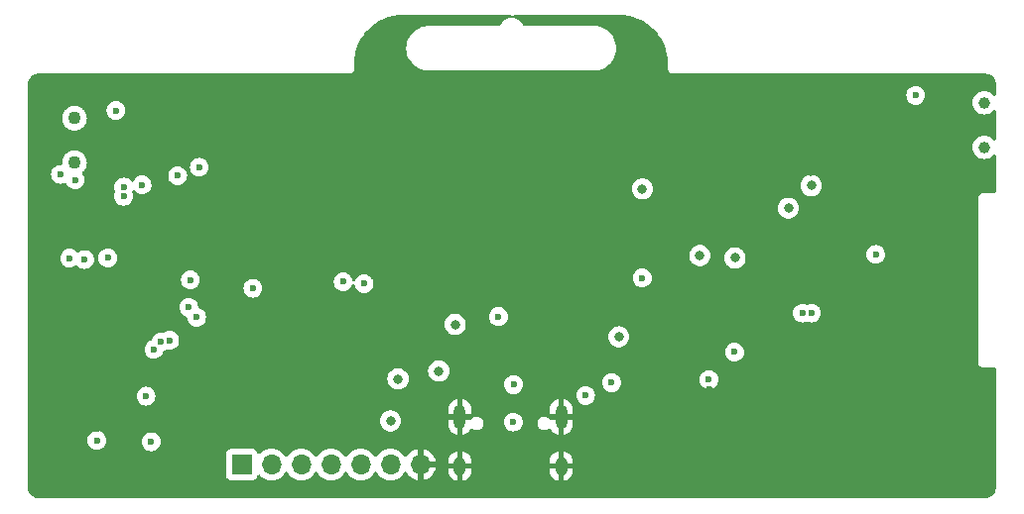
<source format=gbr>
%TF.GenerationSoftware,KiCad,Pcbnew,8.0.9-8.0.9-0~ubuntu22.04.1*%
%TF.CreationDate,2025-08-10T04:03:49+02:00*%
%TF.ProjectId,H-C3-ulp29,482d4333-2d75-46c7-9032-392e6b696361,rev?*%
%TF.SameCoordinates,Original*%
%TF.FileFunction,Copper,L2,Inr*%
%TF.FilePolarity,Positive*%
%FSLAX46Y46*%
G04 Gerber Fmt 4.6, Leading zero omitted, Abs format (unit mm)*
G04 Created by KiCad (PCBNEW 8.0.9-8.0.9-0~ubuntu22.04.1) date 2025-08-10 04:03:49*
%MOMM*%
%LPD*%
G01*
G04 APERTURE LIST*
%TA.AperFunction,ComponentPad*%
%ADD10R,1.700000X1.700000*%
%TD*%
%TA.AperFunction,ComponentPad*%
%ADD11O,1.700000X1.700000*%
%TD*%
%TA.AperFunction,ComponentPad*%
%ADD12C,1.100000*%
%TD*%
%TA.AperFunction,ComponentPad*%
%ADD13C,1.000000*%
%TD*%
%TA.AperFunction,ComponentPad*%
%ADD14O,1.000000X2.100000*%
%TD*%
%TA.AperFunction,ComponentPad*%
%ADD15O,1.000000X1.600000*%
%TD*%
%TA.AperFunction,ViaPad*%
%ADD16C,0.600000*%
%TD*%
%TA.AperFunction,ViaPad*%
%ADD17C,0.800000*%
%TD*%
G04 APERTURE END LIST*
D10*
%TO.N,/P1.00*%
%TO.C,J3*%
X104750000Y-78300000D03*
D11*
%TO.N,/P0.22*%
X107290000Y-78300000D03*
%TO.N,/P0.20*%
X109830000Y-78300000D03*
%TO.N,/P0.26*%
X112370000Y-78300000D03*
%TO.N,/P0.13*%
X114910000Y-78300000D03*
%TO.N,+3V3*%
X117450000Y-78300000D03*
%TO.N,GND*%
X119990000Y-78300000D03*
%TD*%
D12*
%TO.N,*%
%TO.C,SW1*%
X90478000Y-52515000D03*
X90478000Y-48715000D03*
%TD*%
D13*
%TO.N,unconnected-(SW3-Pad4)_1*%
%TO.C,SW3*%
X168115000Y-47397000D03*
%TO.N,unconnected-(SW3-Pad5)_1*%
X168115000Y-51197000D03*
%TD*%
D14*
%TO.N,GND*%
%TO.C,J1*%
X123365000Y-74264000D03*
D15*
X123365000Y-78444000D03*
D14*
X132005000Y-74264000D03*
D15*
X132005000Y-78444000D03*
%TD*%
D16*
%TO.N,/P0.13*%
X96250000Y-54400000D03*
%TO.N,/P0.20*%
X98600000Y-67700000D03*
%TO.N,/P0.22*%
X97850000Y-67850000D03*
%TO.N,/P1.00*%
X97278226Y-68478951D03*
D17*
%TO.N,+3V3*%
X117450000Y-74600000D03*
%TO.N,GND*%
X113411000Y-57025000D03*
X165154000Y-76799000D03*
D16*
X147900000Y-58850000D03*
X124487000Y-68824000D03*
X144735000Y-75348000D03*
D17*
X106218000Y-61610000D03*
X163684000Y-77888000D03*
D16*
X155600000Y-75500000D03*
D17*
X108827000Y-57055000D03*
D16*
X122762000Y-70250000D03*
D17*
X153322000Y-53231000D03*
D16*
X156250000Y-66250000D03*
X156100000Y-61300000D03*
X162975000Y-51325000D03*
X120181000Y-70934000D03*
X150300000Y-69350000D03*
X150350000Y-66875000D03*
X157125000Y-74500000D03*
X92400000Y-75250000D03*
X101282000Y-60094000D03*
X155150000Y-55502000D03*
X133182000Y-66893000D03*
X87850000Y-72700000D03*
X144690000Y-71910000D03*
X165832000Y-50000000D03*
D17*
X95273000Y-47470000D03*
D16*
X153680000Y-75600000D03*
X100436000Y-77102000D03*
D17*
X95283000Y-71958000D03*
%TO.N,+VBAT*%
X136931959Y-67403041D03*
X143831000Y-60448000D03*
D16*
%TO.N,Net-(D2-A)*%
X146800000Y-68700000D03*
D17*
X146845000Y-60655000D03*
D16*
%TO.N,/USB_D+*%
X127919685Y-74683314D03*
X101135000Y-52904000D03*
%TO.N,/USB_D-*%
X99282000Y-53631000D03*
X127949000Y-71485000D03*
%TO.N,+3V3*%
X105706000Y-63247000D03*
X162260000Y-46756000D03*
D17*
X153351000Y-54472000D03*
D16*
X153375000Y-65375000D03*
D17*
X121563000Y-70323000D03*
D16*
X144615000Y-71065000D03*
D17*
X122966000Y-66342000D03*
X151401400Y-56398600D03*
D16*
X97030025Y-76369975D03*
X92400000Y-76250000D03*
X96589000Y-72473000D03*
X152600000Y-65375000D03*
%TO.N,/EPD_CS*%
X100226000Y-64882769D03*
X113400000Y-62689000D03*
%TO.N,unconnected-(J2-Pad19)*%
X158850000Y-60350000D03*
%TO.N,SW2*%
X93325000Y-60655000D03*
X94016000Y-48048000D03*
%TO.N,/MCU_RST*%
X136313000Y-71309000D03*
X138923000Y-62363000D03*
D17*
X138930000Y-54755000D03*
D16*
%TO.N,SW1*%
X90528000Y-53977000D03*
X91353025Y-60792975D03*
%TO.N,/EPD_DC*%
X115195000Y-62855000D03*
X100901000Y-65733000D03*
%TO.N,SWDIO*%
X94675000Y-55375000D03*
X134088000Y-72416000D03*
%TO.N,SWCLK*%
X94675000Y-54595711D03*
X126662000Y-65680000D03*
D17*
%TO.N,+VBUS*%
X118080000Y-70998000D03*
D16*
X100365000Y-62532000D03*
%TO.N,SW0*%
X90060000Y-60673000D03*
X89278000Y-53510000D03*
%TD*%
%TA.AperFunction,Conductor*%
%TO.N,GND*%
G36*
X127696163Y-39917160D02*
G01*
X127741918Y-39969964D01*
X127751862Y-40039122D01*
X127722837Y-40102678D01*
X127664059Y-40140452D01*
X127640903Y-40144914D01*
X127598294Y-40148979D01*
X127406656Y-40204391D01*
X127406646Y-40204395D01*
X127228595Y-40294348D01*
X127228594Y-40294349D01*
X127070275Y-40415741D01*
X127070274Y-40415743D01*
X126937197Y-40564351D01*
X126833947Y-40735051D01*
X126831428Y-40740257D01*
X126829398Y-40739274D01*
X126793381Y-40787276D01*
X126727889Y-40811619D01*
X126719244Y-40811925D01*
X120717721Y-40814902D01*
X120717537Y-40814902D01*
X120579675Y-40814766D01*
X120579674Y-40814766D01*
X120579672Y-40814766D01*
X120468658Y-40829913D01*
X120320636Y-40850109D01*
X120068833Y-40920393D01*
X119828942Y-41024311D01*
X119828940Y-41024311D01*
X119828938Y-41024313D01*
X119605435Y-41159925D01*
X119402472Y-41324714D01*
X119223844Y-41515600D01*
X119072878Y-41729019D01*
X119072867Y-41729037D01*
X118952365Y-41961032D01*
X118864575Y-42207273D01*
X118864573Y-42207281D01*
X118811130Y-42463188D01*
X118811129Y-42463202D01*
X118793030Y-42723987D01*
X118793029Y-42723999D01*
X118810611Y-42984833D01*
X118863546Y-43240852D01*
X118866880Y-43250263D01*
X118950850Y-43487278D01*
X118950851Y-43487281D01*
X118950853Y-43487285D01*
X119022289Y-43625486D01*
X119070895Y-43719519D01*
X119070898Y-43719523D01*
X119070902Y-43719530D01*
X119221441Y-43933247D01*
X119221443Y-43933249D01*
X119343053Y-44063721D01*
X119399696Y-44124492D01*
X119512278Y-44216271D01*
X119602321Y-44289676D01*
X119602321Y-44289677D01*
X119602325Y-44289679D01*
X119602327Y-44289681D01*
X119825564Y-44425739D01*
X120065248Y-44530133D01*
X120316915Y-44600917D01*
X120575876Y-44636774D01*
X120645743Y-44636843D01*
X120646686Y-44636907D01*
X120707602Y-44636907D01*
X120764175Y-44636963D01*
X120764175Y-44636962D01*
X120772488Y-44636971D01*
X120773393Y-44636907D01*
X134784571Y-44636907D01*
X134899411Y-44637022D01*
X135158646Y-44601654D01*
X135410651Y-44531316D01*
X135650732Y-44427319D01*
X135874414Y-44291599D01*
X136077533Y-44126685D01*
X136256305Y-43935649D01*
X136407398Y-43722050D01*
X136527999Y-43489866D01*
X136615860Y-43243423D01*
X136669346Y-42987311D01*
X136687460Y-42726302D01*
X136669864Y-42465257D01*
X136616887Y-42209040D01*
X136616887Y-42209038D01*
X136529518Y-41962433D01*
X136529515Y-41962428D01*
X136529514Y-41962423D01*
X136409374Y-41730000D01*
X136258705Y-41516101D01*
X136119379Y-41366623D01*
X136080319Y-41324717D01*
X136080315Y-41324713D01*
X136071453Y-41317489D01*
X135877522Y-41159394D01*
X135877520Y-41159393D01*
X135877518Y-41159391D01*
X135654116Y-41023235D01*
X135654113Y-41023233D01*
X135654109Y-41023231D01*
X135536862Y-40972166D01*
X135414241Y-40918760D01*
X135414230Y-40918756D01*
X135284898Y-40882381D01*
X135162370Y-40847920D01*
X135162363Y-40847919D01*
X134903207Y-40812038D01*
X134903201Y-40812037D01*
X134833004Y-40811967D01*
X134832492Y-40811934D01*
X134771611Y-40811907D01*
X134771591Y-40811901D01*
X134771550Y-40811907D01*
X134770684Y-40811906D01*
X134714804Y-40811852D01*
X134714803Y-40811852D01*
X134706476Y-40811844D01*
X134705999Y-40811877D01*
X128877333Y-40809275D01*
X128810302Y-40789561D01*
X128764571Y-40736736D01*
X128762757Y-40732382D01*
X128762204Y-40731251D01*
X128658287Y-40560967D01*
X128658286Y-40560965D01*
X128615245Y-40513280D01*
X128524621Y-40412877D01*
X128524620Y-40412876D01*
X128406861Y-40323318D01*
X128365828Y-40292111D01*
X128187414Y-40202855D01*
X128139448Y-40189190D01*
X127995556Y-40148197D01*
X127984690Y-40147203D01*
X127960147Y-40144959D01*
X127895182Y-40119252D01*
X127854426Y-40062500D01*
X127850822Y-39992724D01*
X127885515Y-39932075D01*
X127947489Y-39899811D01*
X127971443Y-39897475D01*
X136964408Y-39897475D01*
X137019122Y-39897475D01*
X137024847Y-39897607D01*
X137394697Y-39914700D01*
X137406086Y-39915755D01*
X137761828Y-39965364D01*
X137769946Y-39966496D01*
X137781202Y-39968600D01*
X138138808Y-40052683D01*
X138149821Y-40055815D01*
X138498168Y-40172533D01*
X138508847Y-40176669D01*
X138844936Y-40325020D01*
X138855158Y-40330108D01*
X139164685Y-40502453D01*
X139176140Y-40508832D01*
X139185876Y-40514858D01*
X139488999Y-40722425D01*
X139498126Y-40729316D01*
X139779201Y-40962624D01*
X139780801Y-40963952D01*
X139789262Y-40971662D01*
X139849542Y-41031914D01*
X140049096Y-41231379D01*
X140056812Y-41239839D01*
X140291579Y-41522416D01*
X140298481Y-41531552D01*
X140506174Y-41834565D01*
X140512202Y-41844294D01*
X140578045Y-41962422D01*
X140691064Y-42165187D01*
X140696171Y-42175435D01*
X140844668Y-42511451D01*
X140848808Y-42522126D01*
X140965677Y-42870408D01*
X140968815Y-42881420D01*
X141053062Y-43239008D01*
X141055170Y-43250263D01*
X141106072Y-43614085D01*
X141107133Y-43625486D01*
X141124366Y-43994785D01*
X141124501Y-44000509D01*
X141124529Y-44063721D01*
X141124634Y-44065160D01*
X141125509Y-44500246D01*
X141125509Y-44500551D01*
X141125485Y-44552559D01*
X141125510Y-44552741D01*
X141125578Y-44553261D01*
X141125610Y-44553508D01*
X141125617Y-44553533D01*
X141139228Y-44603927D01*
X141152733Y-44654418D01*
X141152734Y-44654420D01*
X141152737Y-44654430D01*
X141152873Y-44654757D01*
X141152990Y-44655037D01*
X141153113Y-44655335D01*
X141179363Y-44700592D01*
X141179461Y-44700761D01*
X141205419Y-44745768D01*
X141205420Y-44745769D01*
X141205430Y-44745786D01*
X141205646Y-44746066D01*
X141205918Y-44746419D01*
X141206019Y-44746551D01*
X141243155Y-44783538D01*
X141243372Y-44783754D01*
X141279963Y-44820379D01*
X141280449Y-44820750D01*
X141280742Y-44820975D01*
X141312594Y-44839278D01*
X141325837Y-44846888D01*
X141326059Y-44847120D01*
X141326104Y-44847043D01*
X141371255Y-44873138D01*
X141371403Y-44873199D01*
X141371659Y-44873305D01*
X141372157Y-44873511D01*
X141372169Y-44873514D01*
X141372174Y-44873517D01*
X141422531Y-44886901D01*
X141473101Y-44900476D01*
X141473102Y-44900476D01*
X141473106Y-44900477D01*
X141473281Y-44900500D01*
X141473565Y-44900537D01*
X141474077Y-44900604D01*
X141474085Y-44900603D01*
X141474089Y-44900605D01*
X141526263Y-44900500D01*
X168289073Y-44912637D01*
X168302916Y-44913421D01*
X168440948Y-44929024D01*
X168464448Y-44934025D01*
X168592366Y-44974546D01*
X168614465Y-44983991D01*
X168732153Y-45048434D01*
X168752022Y-45061972D01*
X168855054Y-45147913D01*
X168871937Y-45165031D01*
X168956445Y-45269240D01*
X168969705Y-45289291D01*
X169032513Y-45407850D01*
X169041655Y-45430087D01*
X169043824Y-45437277D01*
X169080403Y-45558540D01*
X169085081Y-45582124D01*
X169094194Y-45674100D01*
X169098896Y-45721561D01*
X169099500Y-45733786D01*
X169099500Y-46672962D01*
X169079815Y-46740001D01*
X169027011Y-46785756D01*
X168957853Y-46795700D01*
X168894297Y-46766675D01*
X168879647Y-46751627D01*
X168825883Y-46686116D01*
X168673539Y-46561090D01*
X168673532Y-46561086D01*
X168499733Y-46468188D01*
X168499727Y-46468186D01*
X168311132Y-46410976D01*
X168311129Y-46410975D01*
X168115000Y-46391659D01*
X167918870Y-46410975D01*
X167730266Y-46468188D01*
X167556467Y-46561086D01*
X167556460Y-46561090D01*
X167404116Y-46686116D01*
X167279090Y-46838460D01*
X167279086Y-46838467D01*
X167186188Y-47012266D01*
X167128975Y-47200870D01*
X167109659Y-47397000D01*
X167128975Y-47593129D01*
X167128976Y-47593132D01*
X167173457Y-47739767D01*
X167186188Y-47781733D01*
X167279086Y-47955532D01*
X167279090Y-47955539D01*
X167404116Y-48107883D01*
X167556460Y-48232909D01*
X167556467Y-48232913D01*
X167730266Y-48325811D01*
X167730269Y-48325811D01*
X167730273Y-48325814D01*
X167918868Y-48383024D01*
X168115000Y-48402341D01*
X168311132Y-48383024D01*
X168499727Y-48325814D01*
X168673538Y-48232910D01*
X168825883Y-48107883D01*
X168879647Y-48042372D01*
X168937392Y-48003038D01*
X169007237Y-48001167D01*
X169067005Y-48037354D01*
X169097721Y-48100110D01*
X169099500Y-48121037D01*
X169099500Y-50472962D01*
X169079815Y-50540001D01*
X169027011Y-50585756D01*
X168957853Y-50595700D01*
X168894297Y-50566675D01*
X168879647Y-50551627D01*
X168825883Y-50486116D01*
X168673539Y-50361090D01*
X168673532Y-50361086D01*
X168499733Y-50268188D01*
X168499727Y-50268186D01*
X168311132Y-50210976D01*
X168311129Y-50210975D01*
X168115000Y-50191659D01*
X167918870Y-50210975D01*
X167730266Y-50268188D01*
X167556467Y-50361086D01*
X167556460Y-50361090D01*
X167404116Y-50486116D01*
X167279090Y-50638460D01*
X167279086Y-50638467D01*
X167186188Y-50812266D01*
X167128975Y-51000870D01*
X167109659Y-51197000D01*
X167128975Y-51393129D01*
X167128976Y-51393132D01*
X167173457Y-51539767D01*
X167186188Y-51581733D01*
X167279086Y-51755532D01*
X167279090Y-51755539D01*
X167404116Y-51907883D01*
X167556460Y-52032909D01*
X167556467Y-52032913D01*
X167730266Y-52125811D01*
X167730269Y-52125811D01*
X167730273Y-52125814D01*
X167918868Y-52183024D01*
X168115000Y-52202341D01*
X168311132Y-52183024D01*
X168499727Y-52125814D01*
X168513166Y-52118631D01*
X168673532Y-52032913D01*
X168673538Y-52032910D01*
X168825883Y-51907883D01*
X168879647Y-51842372D01*
X168937392Y-51803038D01*
X169007237Y-51801167D01*
X169067005Y-51837354D01*
X169097721Y-51900110D01*
X169099500Y-51921037D01*
X169099500Y-54975500D01*
X169079815Y-55042539D01*
X169027011Y-55088294D01*
X168975500Y-55099500D01*
X167947273Y-55099500D01*
X167845413Y-55126793D01*
X167845410Y-55126794D01*
X167754085Y-55179521D01*
X167679521Y-55254085D01*
X167626794Y-55345410D01*
X167626793Y-55345413D01*
X167599500Y-55447273D01*
X167599500Y-69652727D01*
X167626793Y-69754587D01*
X167679520Y-69845913D01*
X167754087Y-69920480D01*
X167845413Y-69973207D01*
X167947273Y-70000500D01*
X168052727Y-70000500D01*
X168975500Y-70000500D01*
X169042539Y-70020185D01*
X169088294Y-70072989D01*
X169099500Y-70124500D01*
X169099500Y-80296040D01*
X169098849Y-80308729D01*
X169082721Y-80465503D01*
X169077896Y-80489256D01*
X169033282Y-80634361D01*
X169023931Y-80656718D01*
X168951942Y-80790380D01*
X168938418Y-80810494D01*
X168841804Y-80927597D01*
X168824627Y-80944695D01*
X168707083Y-81040767D01*
X168686907Y-81054198D01*
X168552912Y-81125573D01*
X168530511Y-81134822D01*
X168385201Y-81178767D01*
X168361428Y-81183482D01*
X168243238Y-81195091D01*
X168204400Y-81198906D01*
X168192280Y-81199500D01*
X87408169Y-81199500D01*
X87395482Y-81198849D01*
X87238711Y-81182724D01*
X87214960Y-81177900D01*
X87166637Y-81163044D01*
X87069847Y-81133286D01*
X87047488Y-81123934D01*
X86913825Y-81051945D01*
X86893712Y-81038422D01*
X86776606Y-80941808D01*
X86759507Y-80924631D01*
X86663426Y-80807074D01*
X86650008Y-80786918D01*
X86578627Y-80652916D01*
X86569379Y-80630516D01*
X86525432Y-80485200D01*
X86520718Y-80461431D01*
X86505312Y-80304584D01*
X86504718Y-80292463D01*
X86504718Y-77402135D01*
X103399500Y-77402135D01*
X103399500Y-79197870D01*
X103399501Y-79197876D01*
X103405908Y-79257483D01*
X103456202Y-79392328D01*
X103456206Y-79392335D01*
X103542452Y-79507544D01*
X103542455Y-79507547D01*
X103657664Y-79593793D01*
X103657671Y-79593797D01*
X103792517Y-79644091D01*
X103792516Y-79644091D01*
X103799444Y-79644835D01*
X103852127Y-79650500D01*
X105647872Y-79650499D01*
X105707483Y-79644091D01*
X105842331Y-79593796D01*
X105957546Y-79507546D01*
X106043796Y-79392331D01*
X106092810Y-79260916D01*
X106134681Y-79204984D01*
X106200145Y-79180566D01*
X106268418Y-79195417D01*
X106296673Y-79216569D01*
X106418599Y-79338495D01*
X106515384Y-79406265D01*
X106612165Y-79474032D01*
X106612167Y-79474033D01*
X106612170Y-79474035D01*
X106826337Y-79573903D01*
X107054592Y-79635063D01*
X107231034Y-79650500D01*
X107289999Y-79655659D01*
X107290000Y-79655659D01*
X107290001Y-79655659D01*
X107348966Y-79650500D01*
X107525408Y-79635063D01*
X107753663Y-79573903D01*
X107967830Y-79474035D01*
X108161401Y-79338495D01*
X108328495Y-79171401D01*
X108458425Y-78985842D01*
X108513002Y-78942217D01*
X108582500Y-78935023D01*
X108644855Y-78966546D01*
X108661575Y-78985842D01*
X108791281Y-79171082D01*
X108791505Y-79171401D01*
X108958599Y-79338495D01*
X109055384Y-79406265D01*
X109152165Y-79474032D01*
X109152167Y-79474033D01*
X109152170Y-79474035D01*
X109366337Y-79573903D01*
X109594592Y-79635063D01*
X109771034Y-79650500D01*
X109829999Y-79655659D01*
X109830000Y-79655659D01*
X109830001Y-79655659D01*
X109888966Y-79650500D01*
X110065408Y-79635063D01*
X110293663Y-79573903D01*
X110507830Y-79474035D01*
X110701401Y-79338495D01*
X110868495Y-79171401D01*
X110998425Y-78985842D01*
X111053002Y-78942217D01*
X111122500Y-78935023D01*
X111184855Y-78966546D01*
X111201575Y-78985842D01*
X111331281Y-79171082D01*
X111331505Y-79171401D01*
X111498599Y-79338495D01*
X111595384Y-79406265D01*
X111692165Y-79474032D01*
X111692167Y-79474033D01*
X111692170Y-79474035D01*
X111906337Y-79573903D01*
X112134592Y-79635063D01*
X112311034Y-79650500D01*
X112369999Y-79655659D01*
X112370000Y-79655659D01*
X112370001Y-79655659D01*
X112428966Y-79650500D01*
X112605408Y-79635063D01*
X112833663Y-79573903D01*
X113047830Y-79474035D01*
X113241401Y-79338495D01*
X113408495Y-79171401D01*
X113538425Y-78985842D01*
X113593002Y-78942217D01*
X113662500Y-78935023D01*
X113724855Y-78966546D01*
X113741575Y-78985842D01*
X113871281Y-79171082D01*
X113871505Y-79171401D01*
X114038599Y-79338495D01*
X114135384Y-79406265D01*
X114232165Y-79474032D01*
X114232167Y-79474033D01*
X114232170Y-79474035D01*
X114446337Y-79573903D01*
X114674592Y-79635063D01*
X114851034Y-79650500D01*
X114909999Y-79655659D01*
X114910000Y-79655659D01*
X114910001Y-79655659D01*
X114968966Y-79650500D01*
X115145408Y-79635063D01*
X115373663Y-79573903D01*
X115587830Y-79474035D01*
X115781401Y-79338495D01*
X115948495Y-79171401D01*
X116078425Y-78985842D01*
X116133002Y-78942217D01*
X116202500Y-78935023D01*
X116264855Y-78966546D01*
X116281575Y-78985842D01*
X116411281Y-79171082D01*
X116411505Y-79171401D01*
X116578599Y-79338495D01*
X116675384Y-79406265D01*
X116772165Y-79474032D01*
X116772167Y-79474033D01*
X116772170Y-79474035D01*
X116986337Y-79573903D01*
X117214592Y-79635063D01*
X117391034Y-79650500D01*
X117449999Y-79655659D01*
X117450000Y-79655659D01*
X117450001Y-79655659D01*
X117508966Y-79650500D01*
X117685408Y-79635063D01*
X117913663Y-79573903D01*
X118127830Y-79474035D01*
X118321401Y-79338495D01*
X118488495Y-79171401D01*
X118618730Y-78985405D01*
X118673307Y-78941781D01*
X118742805Y-78934587D01*
X118805160Y-78966110D01*
X118821879Y-78985405D01*
X118951890Y-79171078D01*
X119118917Y-79338105D01*
X119312421Y-79473600D01*
X119526507Y-79573429D01*
X119526516Y-79573433D01*
X119740000Y-79630634D01*
X119740000Y-78733012D01*
X119797007Y-78765925D01*
X119924174Y-78800000D01*
X120055826Y-78800000D01*
X120182993Y-78765925D01*
X120240000Y-78733012D01*
X120240000Y-79630633D01*
X120453483Y-79573433D01*
X120453492Y-79573429D01*
X120667578Y-79473600D01*
X120861082Y-79338105D01*
X121028105Y-79171082D01*
X121163600Y-78977578D01*
X121263429Y-78763492D01*
X121263432Y-78763486D01*
X121320636Y-78550000D01*
X120423012Y-78550000D01*
X120455925Y-78492993D01*
X120490000Y-78365826D01*
X120490000Y-78234174D01*
X120455925Y-78107007D01*
X120423012Y-78050000D01*
X121320636Y-78050000D01*
X121320635Y-78049999D01*
X121319431Y-78045504D01*
X122365000Y-78045504D01*
X122365000Y-78194000D01*
X123065000Y-78194000D01*
X123065000Y-78694000D01*
X122365000Y-78694000D01*
X122365000Y-78842495D01*
X122403427Y-79035681D01*
X122403430Y-79035693D01*
X122478807Y-79217671D01*
X122478814Y-79217684D01*
X122588248Y-79381462D01*
X122588251Y-79381466D01*
X122727533Y-79520748D01*
X122727537Y-79520751D01*
X122891315Y-79630185D01*
X122891328Y-79630192D01*
X123073308Y-79705569D01*
X123115000Y-79713862D01*
X123115000Y-78910988D01*
X123124940Y-78928205D01*
X123180795Y-78984060D01*
X123249204Y-79023556D01*
X123325504Y-79044000D01*
X123404496Y-79044000D01*
X123480796Y-79023556D01*
X123549205Y-78984060D01*
X123605060Y-78928205D01*
X123615000Y-78910988D01*
X123615000Y-79713862D01*
X123656690Y-79705569D01*
X123656692Y-79705569D01*
X123838671Y-79630192D01*
X123838684Y-79630185D01*
X124002462Y-79520751D01*
X124002466Y-79520748D01*
X124141748Y-79381466D01*
X124141751Y-79381462D01*
X124251185Y-79217684D01*
X124251192Y-79217671D01*
X124326569Y-79035693D01*
X124326572Y-79035681D01*
X124364999Y-78842495D01*
X124365000Y-78842492D01*
X124365000Y-78694000D01*
X123665000Y-78694000D01*
X123665000Y-78194000D01*
X124365000Y-78194000D01*
X124365000Y-78045508D01*
X124364999Y-78045504D01*
X131005000Y-78045504D01*
X131005000Y-78194000D01*
X131705000Y-78194000D01*
X131705000Y-78694000D01*
X131005000Y-78694000D01*
X131005000Y-78842495D01*
X131043427Y-79035681D01*
X131043430Y-79035693D01*
X131118807Y-79217671D01*
X131118814Y-79217684D01*
X131228248Y-79381462D01*
X131228251Y-79381466D01*
X131367533Y-79520748D01*
X131367537Y-79520751D01*
X131531315Y-79630185D01*
X131531328Y-79630192D01*
X131713308Y-79705569D01*
X131755000Y-79713862D01*
X131755000Y-78910988D01*
X131764940Y-78928205D01*
X131820795Y-78984060D01*
X131889204Y-79023556D01*
X131965504Y-79044000D01*
X132044496Y-79044000D01*
X132120796Y-79023556D01*
X132189205Y-78984060D01*
X132245060Y-78928205D01*
X132255000Y-78910988D01*
X132255000Y-79713862D01*
X132296690Y-79705569D01*
X132296692Y-79705569D01*
X132478671Y-79630192D01*
X132478684Y-79630185D01*
X132642462Y-79520751D01*
X132642466Y-79520748D01*
X132781748Y-79381466D01*
X132781751Y-79381462D01*
X132891185Y-79217684D01*
X132891192Y-79217671D01*
X132966569Y-79035693D01*
X132966572Y-79035681D01*
X133004999Y-78842495D01*
X133005000Y-78842492D01*
X133005000Y-78694000D01*
X132305000Y-78694000D01*
X132305000Y-78194000D01*
X133005000Y-78194000D01*
X133005000Y-78045508D01*
X133004999Y-78045504D01*
X132966572Y-77852318D01*
X132966569Y-77852306D01*
X132891192Y-77670328D01*
X132891185Y-77670315D01*
X132781751Y-77506537D01*
X132781748Y-77506533D01*
X132642466Y-77367251D01*
X132642462Y-77367248D01*
X132478684Y-77257814D01*
X132478671Y-77257807D01*
X132296691Y-77182429D01*
X132296683Y-77182427D01*
X132255000Y-77174135D01*
X132255000Y-77977011D01*
X132245060Y-77959795D01*
X132189205Y-77903940D01*
X132120796Y-77864444D01*
X132044496Y-77844000D01*
X131965504Y-77844000D01*
X131889204Y-77864444D01*
X131820795Y-77903940D01*
X131764940Y-77959795D01*
X131755000Y-77977011D01*
X131755000Y-77174136D01*
X131754999Y-77174135D01*
X131713316Y-77182427D01*
X131713308Y-77182429D01*
X131531328Y-77257807D01*
X131531315Y-77257814D01*
X131367537Y-77367248D01*
X131367533Y-77367251D01*
X131228251Y-77506533D01*
X131228248Y-77506537D01*
X131118814Y-77670315D01*
X131118807Y-77670328D01*
X131043430Y-77852306D01*
X131043427Y-77852318D01*
X131005000Y-78045504D01*
X124364999Y-78045504D01*
X124326572Y-77852318D01*
X124326569Y-77852306D01*
X124251192Y-77670328D01*
X124251185Y-77670315D01*
X124141751Y-77506537D01*
X124141748Y-77506533D01*
X124002466Y-77367251D01*
X124002462Y-77367248D01*
X123838684Y-77257814D01*
X123838671Y-77257807D01*
X123656691Y-77182429D01*
X123656683Y-77182427D01*
X123615000Y-77174135D01*
X123615000Y-77977011D01*
X123605060Y-77959795D01*
X123549205Y-77903940D01*
X123480796Y-77864444D01*
X123404496Y-77844000D01*
X123325504Y-77844000D01*
X123249204Y-77864444D01*
X123180795Y-77903940D01*
X123124940Y-77959795D01*
X123115000Y-77977011D01*
X123115000Y-77174136D01*
X123114999Y-77174135D01*
X123073316Y-77182427D01*
X123073308Y-77182429D01*
X122891328Y-77257807D01*
X122891315Y-77257814D01*
X122727537Y-77367248D01*
X122727533Y-77367251D01*
X122588251Y-77506533D01*
X122588248Y-77506537D01*
X122478814Y-77670315D01*
X122478807Y-77670328D01*
X122403430Y-77852306D01*
X122403427Y-77852318D01*
X122365000Y-78045504D01*
X121319431Y-78045504D01*
X121263432Y-77836513D01*
X121263429Y-77836507D01*
X121163600Y-77622422D01*
X121163599Y-77622420D01*
X121028113Y-77428926D01*
X121028108Y-77428920D01*
X120861082Y-77261894D01*
X120667578Y-77126399D01*
X120453492Y-77026570D01*
X120453486Y-77026567D01*
X120240000Y-76969364D01*
X120240000Y-77866988D01*
X120182993Y-77834075D01*
X120055826Y-77800000D01*
X119924174Y-77800000D01*
X119797007Y-77834075D01*
X119740000Y-77866988D01*
X119740000Y-76969364D01*
X119739999Y-76969364D01*
X119526513Y-77026567D01*
X119526507Y-77026570D01*
X119312422Y-77126399D01*
X119312420Y-77126400D01*
X119118926Y-77261886D01*
X119118920Y-77261891D01*
X118951891Y-77428920D01*
X118951890Y-77428922D01*
X118821880Y-77614595D01*
X118767303Y-77658219D01*
X118697804Y-77665412D01*
X118635450Y-77633890D01*
X118618730Y-77614594D01*
X118488494Y-77428597D01*
X118321402Y-77261506D01*
X118321395Y-77261501D01*
X118316129Y-77257814D01*
X118244518Y-77207671D01*
X118127834Y-77125967D01*
X118127830Y-77125965D01*
X118063064Y-77095764D01*
X117913663Y-77026097D01*
X117913659Y-77026096D01*
X117913655Y-77026094D01*
X117685413Y-76964938D01*
X117685403Y-76964936D01*
X117450001Y-76944341D01*
X117449999Y-76944341D01*
X117214596Y-76964936D01*
X117214586Y-76964938D01*
X116986344Y-77026094D01*
X116986335Y-77026098D01*
X116772171Y-77125964D01*
X116772169Y-77125965D01*
X116578597Y-77261505D01*
X116411505Y-77428597D01*
X116281575Y-77614158D01*
X116226998Y-77657783D01*
X116157500Y-77664977D01*
X116095145Y-77633454D01*
X116078425Y-77614158D01*
X115948494Y-77428597D01*
X115781402Y-77261506D01*
X115781395Y-77261501D01*
X115776129Y-77257814D01*
X115704518Y-77207671D01*
X115587834Y-77125967D01*
X115587830Y-77125965D01*
X115523064Y-77095764D01*
X115373663Y-77026097D01*
X115373659Y-77026096D01*
X115373655Y-77026094D01*
X115145413Y-76964938D01*
X115145403Y-76964936D01*
X114910001Y-76944341D01*
X114909999Y-76944341D01*
X114674596Y-76964936D01*
X114674586Y-76964938D01*
X114446344Y-77026094D01*
X114446335Y-77026098D01*
X114232171Y-77125964D01*
X114232169Y-77125965D01*
X114038597Y-77261505D01*
X113871505Y-77428597D01*
X113741575Y-77614158D01*
X113686998Y-77657783D01*
X113617500Y-77664977D01*
X113555145Y-77633454D01*
X113538425Y-77614158D01*
X113408494Y-77428597D01*
X113241402Y-77261506D01*
X113241395Y-77261501D01*
X113236129Y-77257814D01*
X113164518Y-77207671D01*
X113047834Y-77125967D01*
X113047830Y-77125965D01*
X112983064Y-77095764D01*
X112833663Y-77026097D01*
X112833659Y-77026096D01*
X112833655Y-77026094D01*
X112605413Y-76964938D01*
X112605403Y-76964936D01*
X112370001Y-76944341D01*
X112369999Y-76944341D01*
X112134596Y-76964936D01*
X112134586Y-76964938D01*
X111906344Y-77026094D01*
X111906335Y-77026098D01*
X111692171Y-77125964D01*
X111692169Y-77125965D01*
X111498597Y-77261505D01*
X111331505Y-77428597D01*
X111201575Y-77614158D01*
X111146998Y-77657783D01*
X111077500Y-77664977D01*
X111015145Y-77633454D01*
X110998425Y-77614158D01*
X110868494Y-77428597D01*
X110701402Y-77261506D01*
X110701395Y-77261501D01*
X110696129Y-77257814D01*
X110624518Y-77207671D01*
X110507834Y-77125967D01*
X110507830Y-77125965D01*
X110443064Y-77095764D01*
X110293663Y-77026097D01*
X110293659Y-77026096D01*
X110293655Y-77026094D01*
X110065413Y-76964938D01*
X110065403Y-76964936D01*
X109830001Y-76944341D01*
X109829999Y-76944341D01*
X109594596Y-76964936D01*
X109594586Y-76964938D01*
X109366344Y-77026094D01*
X109366335Y-77026098D01*
X109152171Y-77125964D01*
X109152169Y-77125965D01*
X108958597Y-77261505D01*
X108791505Y-77428597D01*
X108661575Y-77614158D01*
X108606998Y-77657783D01*
X108537500Y-77664977D01*
X108475145Y-77633454D01*
X108458425Y-77614158D01*
X108328494Y-77428597D01*
X108161402Y-77261506D01*
X108161395Y-77261501D01*
X108156129Y-77257814D01*
X108084518Y-77207671D01*
X107967834Y-77125967D01*
X107967830Y-77125965D01*
X107903064Y-77095764D01*
X107753663Y-77026097D01*
X107753659Y-77026096D01*
X107753655Y-77026094D01*
X107525413Y-76964938D01*
X107525403Y-76964936D01*
X107290001Y-76944341D01*
X107289999Y-76944341D01*
X107054596Y-76964936D01*
X107054586Y-76964938D01*
X106826344Y-77026094D01*
X106826335Y-77026098D01*
X106612171Y-77125964D01*
X106612169Y-77125965D01*
X106418600Y-77261503D01*
X106296673Y-77383430D01*
X106235350Y-77416914D01*
X106165658Y-77411930D01*
X106109725Y-77370058D01*
X106092810Y-77339081D01*
X106043797Y-77207671D01*
X106043793Y-77207664D01*
X105957547Y-77092455D01*
X105957544Y-77092452D01*
X105842335Y-77006206D01*
X105842328Y-77006202D01*
X105707482Y-76955908D01*
X105707483Y-76955908D01*
X105647883Y-76949501D01*
X105647881Y-76949500D01*
X105647873Y-76949500D01*
X105647864Y-76949500D01*
X103852129Y-76949500D01*
X103852123Y-76949501D01*
X103792516Y-76955908D01*
X103657671Y-77006202D01*
X103657664Y-77006206D01*
X103542455Y-77092452D01*
X103542452Y-77092455D01*
X103456206Y-77207664D01*
X103456202Y-77207671D01*
X103405908Y-77342517D01*
X103399501Y-77402116D01*
X103399500Y-77402135D01*
X86504718Y-77402135D01*
X86504718Y-76249996D01*
X91594435Y-76249996D01*
X91594435Y-76250003D01*
X91614630Y-76429249D01*
X91614631Y-76429254D01*
X91674211Y-76599523D01*
X91749596Y-76719497D01*
X91770184Y-76752262D01*
X91897738Y-76879816D01*
X91988080Y-76936582D01*
X92040252Y-76969364D01*
X92050478Y-76975789D01*
X92194250Y-77026097D01*
X92220745Y-77035368D01*
X92220750Y-77035369D01*
X92399996Y-77055565D01*
X92400000Y-77055565D01*
X92400004Y-77055565D01*
X92579249Y-77035369D01*
X92579252Y-77035368D01*
X92579255Y-77035368D01*
X92749522Y-76975789D01*
X92902262Y-76879816D01*
X93029816Y-76752262D01*
X93125789Y-76599522D01*
X93185368Y-76429255D01*
X93192047Y-76369978D01*
X93192048Y-76369971D01*
X96224460Y-76369971D01*
X96224460Y-76369978D01*
X96244655Y-76549224D01*
X96244656Y-76549229D01*
X96304236Y-76719498D01*
X96400209Y-76872237D01*
X96527763Y-76999791D01*
X96584385Y-77035369D01*
X96675236Y-77092455D01*
X96680503Y-77095764D01*
X96768053Y-77126399D01*
X96850770Y-77155343D01*
X96850775Y-77155344D01*
X97030021Y-77175540D01*
X97030025Y-77175540D01*
X97030029Y-77175540D01*
X97209274Y-77155344D01*
X97209277Y-77155343D01*
X97209280Y-77155343D01*
X97379547Y-77095764D01*
X97532287Y-76999791D01*
X97659841Y-76872237D01*
X97755814Y-76719497D01*
X97815393Y-76549230D01*
X97828911Y-76429254D01*
X97835590Y-76369978D01*
X97835590Y-76369971D01*
X97815394Y-76190725D01*
X97815393Y-76190720D01*
X97755814Y-76020453D01*
X97659841Y-75867713D01*
X97532287Y-75740159D01*
X97468669Y-75700185D01*
X97379548Y-75644186D01*
X97209279Y-75584606D01*
X97209274Y-75584605D01*
X97030029Y-75564410D01*
X97030021Y-75564410D01*
X96850775Y-75584605D01*
X96850770Y-75584606D01*
X96680501Y-75644186D01*
X96527762Y-75740159D01*
X96400209Y-75867712D01*
X96304236Y-76020451D01*
X96244656Y-76190720D01*
X96244655Y-76190725D01*
X96224460Y-76369971D01*
X93192048Y-76369971D01*
X93205565Y-76250003D01*
X93205565Y-76249996D01*
X93185369Y-76070750D01*
X93185368Y-76070745D01*
X93125788Y-75900476D01*
X93029815Y-75747737D01*
X92902262Y-75620184D01*
X92749523Y-75524211D01*
X92579254Y-75464631D01*
X92579249Y-75464630D01*
X92400004Y-75444435D01*
X92399996Y-75444435D01*
X92220750Y-75464630D01*
X92220745Y-75464631D01*
X92050476Y-75524211D01*
X91897737Y-75620184D01*
X91770184Y-75747737D01*
X91674211Y-75900476D01*
X91614631Y-76070745D01*
X91614630Y-76070750D01*
X91594435Y-76249996D01*
X86504718Y-76249996D01*
X86504718Y-74600000D01*
X116544540Y-74600000D01*
X116564326Y-74788256D01*
X116564327Y-74788259D01*
X116622818Y-74968277D01*
X116622821Y-74968284D01*
X116717467Y-75132216D01*
X116765513Y-75185576D01*
X116844129Y-75272888D01*
X116997265Y-75384148D01*
X116997270Y-75384151D01*
X117170192Y-75461142D01*
X117170197Y-75461144D01*
X117355354Y-75500500D01*
X117355355Y-75500500D01*
X117544644Y-75500500D01*
X117544646Y-75500500D01*
X117729803Y-75461144D01*
X117902730Y-75384151D01*
X118055871Y-75272888D01*
X118182533Y-75132216D01*
X118277179Y-74968284D01*
X118335674Y-74788256D01*
X118355460Y-74600000D01*
X118335674Y-74411744D01*
X118277179Y-74231716D01*
X118182533Y-74067784D01*
X118055871Y-73927112D01*
X118055870Y-73927111D01*
X117902734Y-73815851D01*
X117902729Y-73815848D01*
X117729807Y-73738857D01*
X117729802Y-73738855D01*
X117584001Y-73707865D01*
X117544646Y-73699500D01*
X117355354Y-73699500D01*
X117322897Y-73706398D01*
X117170197Y-73738855D01*
X117170192Y-73738857D01*
X116997270Y-73815848D01*
X116997265Y-73815851D01*
X116844129Y-73927111D01*
X116717466Y-74067785D01*
X116622821Y-74231715D01*
X116622818Y-74231722D01*
X116589654Y-74333792D01*
X116564326Y-74411744D01*
X116544540Y-74600000D01*
X86504718Y-74600000D01*
X86504718Y-73615504D01*
X122365000Y-73615504D01*
X122365000Y-74014000D01*
X123065000Y-74014000D01*
X123065000Y-74514000D01*
X122365000Y-74514000D01*
X122365000Y-74912495D01*
X122403427Y-75105681D01*
X122403430Y-75105693D01*
X122478807Y-75287671D01*
X122478814Y-75287684D01*
X122588248Y-75451462D01*
X122588251Y-75451466D01*
X122727533Y-75590748D01*
X122727537Y-75590751D01*
X122891315Y-75700185D01*
X122891328Y-75700192D01*
X123073308Y-75775569D01*
X123115000Y-75783862D01*
X123115000Y-74980988D01*
X123124940Y-74998205D01*
X123180795Y-75054060D01*
X123249204Y-75093556D01*
X123325504Y-75114000D01*
X123404496Y-75114000D01*
X123480796Y-75093556D01*
X123549205Y-75054060D01*
X123605060Y-74998205D01*
X123615000Y-74980988D01*
X123615000Y-75783862D01*
X123656690Y-75775569D01*
X123656692Y-75775569D01*
X123838671Y-75700192D01*
X123838684Y-75700185D01*
X124002462Y-75590751D01*
X124002466Y-75590748D01*
X124141748Y-75451466D01*
X124141751Y-75451462D01*
X124254574Y-75282613D01*
X124256007Y-75283570D01*
X124299198Y-75239580D01*
X124367332Y-75224103D01*
X124433018Y-75247919D01*
X124435089Y-75249697D01*
X124435189Y-75249568D01*
X124441630Y-75254510D01*
X124441635Y-75254515D01*
X124572865Y-75330281D01*
X124719234Y-75369500D01*
X124719236Y-75369500D01*
X124870764Y-75369500D01*
X124870766Y-75369500D01*
X125017135Y-75330281D01*
X125148365Y-75254515D01*
X125255515Y-75147365D01*
X125331281Y-75016135D01*
X125370500Y-74869766D01*
X125370500Y-74718234D01*
X125361142Y-74683310D01*
X127114120Y-74683310D01*
X127114120Y-74683317D01*
X127134315Y-74862563D01*
X127134316Y-74862568D01*
X127193896Y-75032837D01*
X127265859Y-75147364D01*
X127289869Y-75185576D01*
X127417423Y-75313130D01*
X127570163Y-75409103D01*
X127718882Y-75461142D01*
X127740430Y-75468682D01*
X127740435Y-75468683D01*
X127919681Y-75488879D01*
X127919685Y-75488879D01*
X127919689Y-75488879D01*
X128098934Y-75468683D01*
X128098937Y-75468682D01*
X128098940Y-75468682D01*
X128269207Y-75409103D01*
X128421947Y-75313130D01*
X128549501Y-75185576D01*
X128645474Y-75032836D01*
X128705053Y-74862569D01*
X128705054Y-74862563D01*
X128721316Y-74718234D01*
X129999500Y-74718234D01*
X129999500Y-74869765D01*
X130038719Y-75016136D01*
X130048361Y-75032836D01*
X130114485Y-75147365D01*
X130221635Y-75254515D01*
X130352865Y-75330281D01*
X130499234Y-75369500D01*
X130499236Y-75369500D01*
X130650764Y-75369500D01*
X130650766Y-75369500D01*
X130797135Y-75330281D01*
X130928365Y-75254515D01*
X130928372Y-75254507D01*
X130934811Y-75249568D01*
X130937044Y-75252478D01*
X130983258Y-75226865D01*
X131052980Y-75231411D01*
X131109176Y-75272930D01*
X131115394Y-75282634D01*
X131115426Y-75282613D01*
X131228248Y-75451462D01*
X131228251Y-75451466D01*
X131367533Y-75590748D01*
X131367537Y-75590751D01*
X131531315Y-75700185D01*
X131531328Y-75700192D01*
X131713308Y-75775569D01*
X131755000Y-75783862D01*
X131755000Y-74980988D01*
X131764940Y-74998205D01*
X131820795Y-75054060D01*
X131889204Y-75093556D01*
X131965504Y-75114000D01*
X132044496Y-75114000D01*
X132120796Y-75093556D01*
X132189205Y-75054060D01*
X132245060Y-74998205D01*
X132255000Y-74980988D01*
X132255000Y-75783862D01*
X132296690Y-75775569D01*
X132296692Y-75775569D01*
X132478671Y-75700192D01*
X132478684Y-75700185D01*
X132642462Y-75590751D01*
X132642466Y-75590748D01*
X132781748Y-75451466D01*
X132781751Y-75451462D01*
X132891185Y-75287684D01*
X132891192Y-75287671D01*
X132966569Y-75105693D01*
X132966572Y-75105681D01*
X133004999Y-74912495D01*
X133005000Y-74912492D01*
X133005000Y-74514000D01*
X132305000Y-74514000D01*
X132305000Y-74014000D01*
X133005000Y-74014000D01*
X133005000Y-73615508D01*
X133004999Y-73615504D01*
X132966572Y-73422318D01*
X132966569Y-73422306D01*
X132891192Y-73240328D01*
X132891185Y-73240315D01*
X132781751Y-73076537D01*
X132781748Y-73076533D01*
X132642466Y-72937251D01*
X132642462Y-72937248D01*
X132478684Y-72827814D01*
X132478671Y-72827807D01*
X132296691Y-72752429D01*
X132296683Y-72752427D01*
X132255000Y-72744135D01*
X132255000Y-73547011D01*
X132245060Y-73529795D01*
X132189205Y-73473940D01*
X132120796Y-73434444D01*
X132044496Y-73414000D01*
X131965504Y-73414000D01*
X131889204Y-73434444D01*
X131820795Y-73473940D01*
X131764940Y-73529795D01*
X131755000Y-73547011D01*
X131755000Y-72744136D01*
X131754999Y-72744135D01*
X131713316Y-72752427D01*
X131713308Y-72752429D01*
X131531328Y-72827807D01*
X131531315Y-72827814D01*
X131367537Y-72937248D01*
X131367533Y-72937251D01*
X131228251Y-73076533D01*
X131228248Y-73076537D01*
X131118814Y-73240315D01*
X131118807Y-73240328D01*
X131043430Y-73422306D01*
X131043427Y-73422318D01*
X131005000Y-73615504D01*
X131005000Y-74014000D01*
X131705000Y-74014000D01*
X131705000Y-74514000D01*
X131149464Y-74514000D01*
X131082425Y-74494315D01*
X131042077Y-74452000D01*
X131035517Y-74440638D01*
X131035513Y-74440633D01*
X130928367Y-74333487D01*
X130928365Y-74333485D01*
X130862750Y-74295602D01*
X130797136Y-74257719D01*
X130723950Y-74238109D01*
X130650766Y-74218500D01*
X130499234Y-74218500D01*
X130352863Y-74257719D01*
X130221635Y-74333485D01*
X130221632Y-74333487D01*
X130114487Y-74440632D01*
X130114485Y-74440635D01*
X130038719Y-74571863D01*
X129999500Y-74718234D01*
X128721316Y-74718234D01*
X128725250Y-74683317D01*
X128725250Y-74683310D01*
X128705054Y-74504064D01*
X128705053Y-74504059D01*
X128682859Y-74440632D01*
X128645474Y-74333792D01*
X128645282Y-74333487D01*
X128549500Y-74181051D01*
X128421947Y-74053498D01*
X128269208Y-73957525D01*
X128098939Y-73897945D01*
X128098934Y-73897944D01*
X127919689Y-73877749D01*
X127919681Y-73877749D01*
X127740435Y-73897944D01*
X127740430Y-73897945D01*
X127570161Y-73957525D01*
X127417422Y-74053498D01*
X127289869Y-74181051D01*
X127193896Y-74333790D01*
X127134316Y-74504059D01*
X127134315Y-74504064D01*
X127114120Y-74683310D01*
X125361142Y-74683310D01*
X125331281Y-74571865D01*
X125255515Y-74440635D01*
X125148365Y-74333485D01*
X125082750Y-74295602D01*
X125017136Y-74257719D01*
X124943950Y-74238109D01*
X124870766Y-74218500D01*
X124719234Y-74218500D01*
X124572863Y-74257719D01*
X124441635Y-74333485D01*
X124441632Y-74333487D01*
X124334486Y-74440633D01*
X124334482Y-74440638D01*
X124327923Y-74452000D01*
X124277356Y-74500216D01*
X124220536Y-74514000D01*
X123665000Y-74514000D01*
X123665000Y-74014000D01*
X124365000Y-74014000D01*
X124365000Y-73615508D01*
X124364999Y-73615504D01*
X124326572Y-73422318D01*
X124326569Y-73422306D01*
X124251192Y-73240328D01*
X124251185Y-73240315D01*
X124141751Y-73076537D01*
X124141748Y-73076533D01*
X124002466Y-72937251D01*
X124002462Y-72937248D01*
X123838684Y-72827814D01*
X123838671Y-72827807D01*
X123656691Y-72752429D01*
X123656683Y-72752427D01*
X123615000Y-72744135D01*
X123615000Y-73547011D01*
X123605060Y-73529795D01*
X123549205Y-73473940D01*
X123480796Y-73434444D01*
X123404496Y-73414000D01*
X123325504Y-73414000D01*
X123249204Y-73434444D01*
X123180795Y-73473940D01*
X123124940Y-73529795D01*
X123115000Y-73547011D01*
X123115000Y-72744136D01*
X123114999Y-72744135D01*
X123073316Y-72752427D01*
X123073308Y-72752429D01*
X122891328Y-72827807D01*
X122891315Y-72827814D01*
X122727537Y-72937248D01*
X122727533Y-72937251D01*
X122588251Y-73076533D01*
X122588248Y-73076537D01*
X122478814Y-73240315D01*
X122478807Y-73240328D01*
X122403430Y-73422306D01*
X122403427Y-73422318D01*
X122365000Y-73615504D01*
X86504718Y-73615504D01*
X86504718Y-72472996D01*
X95783435Y-72472996D01*
X95783435Y-72473003D01*
X95803630Y-72652249D01*
X95803631Y-72652254D01*
X95863211Y-72822523D01*
X95866536Y-72827814D01*
X95959184Y-72975262D01*
X96086738Y-73102816D01*
X96239478Y-73198789D01*
X96358190Y-73240328D01*
X96409745Y-73258368D01*
X96409750Y-73258369D01*
X96588996Y-73278565D01*
X96589000Y-73278565D01*
X96589004Y-73278565D01*
X96768249Y-73258369D01*
X96768252Y-73258368D01*
X96768255Y-73258368D01*
X96938522Y-73198789D01*
X97091262Y-73102816D01*
X97218816Y-72975262D01*
X97314789Y-72822522D01*
X97374368Y-72652255D01*
X97374369Y-72652249D01*
X97394565Y-72473003D01*
X97394565Y-72472996D01*
X97388143Y-72415996D01*
X133282435Y-72415996D01*
X133282435Y-72416003D01*
X133302630Y-72595249D01*
X133302631Y-72595254D01*
X133362211Y-72765523D01*
X133458184Y-72918262D01*
X133585738Y-73045816D01*
X133738478Y-73141789D01*
X133901372Y-73198788D01*
X133908745Y-73201368D01*
X133908750Y-73201369D01*
X134087996Y-73221565D01*
X134088000Y-73221565D01*
X134088004Y-73221565D01*
X134267249Y-73201369D01*
X134267252Y-73201368D01*
X134267255Y-73201368D01*
X134437522Y-73141789D01*
X134590262Y-73045816D01*
X134717816Y-72918262D01*
X134813789Y-72765522D01*
X134873368Y-72595255D01*
X134873369Y-72595249D01*
X134893565Y-72416003D01*
X134893565Y-72415996D01*
X134873369Y-72236750D01*
X134873368Y-72236745D01*
X134813788Y-72066476D01*
X134764014Y-71987262D01*
X134717816Y-71913738D01*
X134590262Y-71786184D01*
X134528237Y-71747211D01*
X134437523Y-71690211D01*
X134267254Y-71630631D01*
X134267249Y-71630630D01*
X134088004Y-71610435D01*
X134087996Y-71610435D01*
X133908750Y-71630630D01*
X133908745Y-71630631D01*
X133738476Y-71690211D01*
X133585737Y-71786184D01*
X133458184Y-71913737D01*
X133362211Y-72066476D01*
X133302631Y-72236745D01*
X133302630Y-72236750D01*
X133282435Y-72415996D01*
X97388143Y-72415996D01*
X97374369Y-72293750D01*
X97374368Y-72293745D01*
X97366188Y-72270368D01*
X97314789Y-72123478D01*
X97309346Y-72114816D01*
X97259061Y-72034788D01*
X97218816Y-71970738D01*
X97091262Y-71843184D01*
X97077477Y-71834522D01*
X96938523Y-71747211D01*
X96768254Y-71687631D01*
X96768249Y-71687630D01*
X96589004Y-71667435D01*
X96588996Y-71667435D01*
X96409750Y-71687630D01*
X96409745Y-71687631D01*
X96239476Y-71747211D01*
X96086737Y-71843184D01*
X95959184Y-71970737D01*
X95863211Y-72123476D01*
X95803631Y-72293745D01*
X95803630Y-72293750D01*
X95783435Y-72472996D01*
X86504718Y-72472996D01*
X86504718Y-70998000D01*
X117174540Y-70998000D01*
X117194326Y-71186256D01*
X117194327Y-71186259D01*
X117252818Y-71366277D01*
X117252821Y-71366284D01*
X117347467Y-71530216D01*
X117468151Y-71664249D01*
X117474129Y-71670888D01*
X117627265Y-71782148D01*
X117627270Y-71782151D01*
X117800192Y-71859142D01*
X117800197Y-71859144D01*
X117985354Y-71898500D01*
X117985355Y-71898500D01*
X118174644Y-71898500D01*
X118174646Y-71898500D01*
X118359803Y-71859144D01*
X118532730Y-71782151D01*
X118685871Y-71670888D01*
X118812533Y-71530216D01*
X118838641Y-71484996D01*
X127143435Y-71484996D01*
X127143435Y-71485003D01*
X127163630Y-71664249D01*
X127163631Y-71664254D01*
X127223211Y-71834523D01*
X127288743Y-71938815D01*
X127319184Y-71987262D01*
X127446738Y-72114816D01*
X127599478Y-72210789D01*
X127769745Y-72270368D01*
X127769750Y-72270369D01*
X127948996Y-72290565D01*
X127949000Y-72290565D01*
X127949004Y-72290565D01*
X128128249Y-72270369D01*
X128128252Y-72270368D01*
X128128255Y-72270368D01*
X128298522Y-72210789D01*
X128451262Y-72114816D01*
X128578816Y-71987262D01*
X128674789Y-71834522D01*
X128734368Y-71664255D01*
X128735014Y-71658522D01*
X128754565Y-71485003D01*
X128754565Y-71484996D01*
X128734735Y-71308996D01*
X135507435Y-71308996D01*
X135507435Y-71309003D01*
X135527630Y-71488249D01*
X135527631Y-71488254D01*
X135587211Y-71658523D01*
X135610015Y-71694815D01*
X135683184Y-71811262D01*
X135810738Y-71938816D01*
X135963478Y-72034789D01*
X136054040Y-72066478D01*
X136133745Y-72094368D01*
X136133750Y-72094369D01*
X136312996Y-72114565D01*
X136313000Y-72114565D01*
X136313004Y-72114565D01*
X136492249Y-72094369D01*
X136492252Y-72094368D01*
X136492255Y-72094368D01*
X136662522Y-72034789D01*
X136815262Y-71938816D01*
X136942816Y-71811262D01*
X137038789Y-71658522D01*
X137098368Y-71488255D01*
X137098369Y-71488249D01*
X137118565Y-71309003D01*
X137118565Y-71308996D01*
X137098369Y-71129750D01*
X137098368Y-71129745D01*
X137075711Y-71064996D01*
X143809435Y-71064996D01*
X143809435Y-71065003D01*
X143829630Y-71244249D01*
X143829631Y-71244254D01*
X143889211Y-71414523D01*
X143961905Y-71530214D01*
X143985184Y-71567262D01*
X144112738Y-71694816D01*
X144196124Y-71747211D01*
X144251730Y-71782151D01*
X144265478Y-71790789D01*
X144390460Y-71834522D01*
X144435745Y-71850368D01*
X144435750Y-71850369D01*
X144614996Y-71870565D01*
X144615000Y-71870565D01*
X144615004Y-71870565D01*
X144794249Y-71850369D01*
X144794252Y-71850368D01*
X144794255Y-71850368D01*
X144964522Y-71790789D01*
X145117262Y-71694816D01*
X145244816Y-71567262D01*
X145340789Y-71414522D01*
X145400368Y-71244255D01*
X145412624Y-71135478D01*
X145420565Y-71065003D01*
X145420565Y-71064996D01*
X145400369Y-70885750D01*
X145400368Y-70885745D01*
X145340788Y-70715476D01*
X145244815Y-70562737D01*
X145117262Y-70435184D01*
X144964523Y-70339211D01*
X144794254Y-70279631D01*
X144794249Y-70279630D01*
X144615004Y-70259435D01*
X144614996Y-70259435D01*
X144435750Y-70279630D01*
X144435745Y-70279631D01*
X144265476Y-70339211D01*
X144112737Y-70435184D01*
X143985184Y-70562737D01*
X143889211Y-70715476D01*
X143829631Y-70885745D01*
X143829630Y-70885750D01*
X143809435Y-71064996D01*
X137075711Y-71064996D01*
X137046928Y-70982738D01*
X137038789Y-70959478D01*
X136942816Y-70806738D01*
X136815262Y-70679184D01*
X136736544Y-70629722D01*
X136662523Y-70583211D01*
X136492254Y-70523631D01*
X136492249Y-70523630D01*
X136313004Y-70503435D01*
X136312996Y-70503435D01*
X136133750Y-70523630D01*
X136133745Y-70523631D01*
X135963476Y-70583211D01*
X135810737Y-70679184D01*
X135683184Y-70806737D01*
X135587211Y-70959476D01*
X135527631Y-71129745D01*
X135527630Y-71129750D01*
X135507435Y-71308996D01*
X128734735Y-71308996D01*
X128734369Y-71305750D01*
X128734368Y-71305745D01*
X128674788Y-71135476D01*
X128630502Y-71064996D01*
X128578816Y-70982738D01*
X128451262Y-70855184D01*
X128378945Y-70809744D01*
X128298523Y-70759211D01*
X128128254Y-70699631D01*
X128128249Y-70699630D01*
X127949004Y-70679435D01*
X127948996Y-70679435D01*
X127769750Y-70699630D01*
X127769745Y-70699631D01*
X127599476Y-70759211D01*
X127446737Y-70855184D01*
X127319184Y-70982737D01*
X127223211Y-71135476D01*
X127163631Y-71305745D01*
X127163630Y-71305750D01*
X127143435Y-71484996D01*
X118838641Y-71484996D01*
X118907179Y-71366284D01*
X118965674Y-71186256D01*
X118985460Y-70998000D01*
X118965674Y-70809744D01*
X118907179Y-70629716D01*
X118812533Y-70465784D01*
X118685871Y-70325112D01*
X118682964Y-70323000D01*
X120657540Y-70323000D01*
X120677326Y-70511256D01*
X120677327Y-70511259D01*
X120735818Y-70691277D01*
X120735821Y-70691284D01*
X120830467Y-70855216D01*
X120924345Y-70959478D01*
X120957129Y-70995888D01*
X121110265Y-71107148D01*
X121110270Y-71107151D01*
X121283192Y-71184142D01*
X121283197Y-71184144D01*
X121468354Y-71223500D01*
X121468355Y-71223500D01*
X121657644Y-71223500D01*
X121657646Y-71223500D01*
X121842803Y-71184144D01*
X122015730Y-71107151D01*
X122168871Y-70995888D01*
X122295533Y-70855216D01*
X122390179Y-70691284D01*
X122448674Y-70511256D01*
X122468460Y-70323000D01*
X122448674Y-70134744D01*
X122390179Y-69954716D01*
X122295533Y-69790784D01*
X122168871Y-69650112D01*
X122168870Y-69650111D01*
X122015734Y-69538851D01*
X122015729Y-69538848D01*
X121842807Y-69461857D01*
X121842802Y-69461855D01*
X121697001Y-69430865D01*
X121657646Y-69422500D01*
X121468354Y-69422500D01*
X121435897Y-69429398D01*
X121283197Y-69461855D01*
X121283192Y-69461857D01*
X121110270Y-69538848D01*
X121110265Y-69538851D01*
X120957129Y-69650111D01*
X120830466Y-69790785D01*
X120735821Y-69954715D01*
X120735818Y-69954722D01*
X120689427Y-70097500D01*
X120677326Y-70134744D01*
X120657540Y-70323000D01*
X118682964Y-70323000D01*
X118532734Y-70213851D01*
X118532729Y-70213848D01*
X118359807Y-70136857D01*
X118359802Y-70136855D01*
X118214001Y-70105865D01*
X118174646Y-70097500D01*
X117985354Y-70097500D01*
X117952897Y-70104398D01*
X117800197Y-70136855D01*
X117800192Y-70136857D01*
X117627270Y-70213848D01*
X117627265Y-70213851D01*
X117474129Y-70325111D01*
X117347466Y-70465785D01*
X117252821Y-70629715D01*
X117252818Y-70629722D01*
X117194327Y-70809740D01*
X117194326Y-70809744D01*
X117174540Y-70998000D01*
X86504718Y-70998000D01*
X86504718Y-68478947D01*
X96472661Y-68478947D01*
X96472661Y-68478954D01*
X96492856Y-68658200D01*
X96492857Y-68658205D01*
X96552437Y-68828474D01*
X96584345Y-68879255D01*
X96648410Y-68981213D01*
X96775964Y-69108767D01*
X96866306Y-69165533D01*
X96920364Y-69199500D01*
X96928704Y-69204740D01*
X96991728Y-69226793D01*
X97098971Y-69264319D01*
X97098976Y-69264320D01*
X97278222Y-69284516D01*
X97278226Y-69284516D01*
X97278230Y-69284516D01*
X97457475Y-69264320D01*
X97457478Y-69264319D01*
X97457481Y-69264319D01*
X97627748Y-69204740D01*
X97780488Y-69108767D01*
X97908042Y-68981213D01*
X98004015Y-68828473D01*
X98048970Y-68699996D01*
X145994435Y-68699996D01*
X145994435Y-68700003D01*
X146014630Y-68879249D01*
X146014631Y-68879254D01*
X146074211Y-69049523D01*
X146111437Y-69108767D01*
X146170184Y-69202262D01*
X146297738Y-69329816D01*
X146336365Y-69354087D01*
X146445243Y-69422500D01*
X146450478Y-69425789D01*
X146620745Y-69485368D01*
X146620750Y-69485369D01*
X146799996Y-69505565D01*
X146800000Y-69505565D01*
X146800004Y-69505565D01*
X146979249Y-69485369D01*
X146979252Y-69485368D01*
X146979255Y-69485368D01*
X147149522Y-69425789D01*
X147302262Y-69329816D01*
X147429816Y-69202262D01*
X147525789Y-69049522D01*
X147585368Y-68879255D01*
X147605565Y-68700000D01*
X147600855Y-68658200D01*
X147585369Y-68520750D01*
X147585368Y-68520745D01*
X147580056Y-68505565D01*
X147525789Y-68350478D01*
X147496296Y-68303541D01*
X147471566Y-68264183D01*
X147429816Y-68197738D01*
X147302262Y-68070184D01*
X147269379Y-68049522D01*
X147149523Y-67974211D01*
X146979254Y-67914631D01*
X146979249Y-67914630D01*
X146800004Y-67894435D01*
X146799996Y-67894435D01*
X146620750Y-67914630D01*
X146620745Y-67914631D01*
X146450476Y-67974211D01*
X146297737Y-68070184D01*
X146170184Y-68197737D01*
X146074211Y-68350476D01*
X146014631Y-68520745D01*
X146014630Y-68520750D01*
X145994435Y-68699996D01*
X98048970Y-68699996D01*
X98057769Y-68674850D01*
X98098489Y-68618077D01*
X98133855Y-68598766D01*
X98199522Y-68575789D01*
X98320538Y-68499749D01*
X98387773Y-68480749D01*
X98414102Y-68483852D01*
X98420748Y-68485369D01*
X98599996Y-68505565D01*
X98600000Y-68505565D01*
X98600004Y-68505565D01*
X98779249Y-68485369D01*
X98779252Y-68485368D01*
X98779255Y-68485368D01*
X98949522Y-68425789D01*
X99102262Y-68329816D01*
X99229816Y-68202262D01*
X99325789Y-68049522D01*
X99385368Y-67879255D01*
X99397529Y-67771325D01*
X99405565Y-67700003D01*
X99405565Y-67699996D01*
X99385369Y-67520750D01*
X99385368Y-67520745D01*
X99378276Y-67500478D01*
X99344181Y-67403041D01*
X136026499Y-67403041D01*
X136046285Y-67591297D01*
X136046286Y-67591300D01*
X136104777Y-67771318D01*
X136104780Y-67771325D01*
X136199426Y-67935257D01*
X136236731Y-67976688D01*
X136326088Y-68075929D01*
X136479224Y-68187189D01*
X136479229Y-68187192D01*
X136652151Y-68264183D01*
X136652156Y-68264185D01*
X136837313Y-68303541D01*
X136837314Y-68303541D01*
X137026603Y-68303541D01*
X137026605Y-68303541D01*
X137211762Y-68264185D01*
X137384689Y-68187192D01*
X137537830Y-68075929D01*
X137664492Y-67935257D01*
X137759138Y-67771325D01*
X137817633Y-67591297D01*
X137837419Y-67403041D01*
X137817633Y-67214785D01*
X137759138Y-67034757D01*
X137664492Y-66870825D01*
X137537830Y-66730153D01*
X137510473Y-66710277D01*
X137384693Y-66618892D01*
X137384688Y-66618889D01*
X137211766Y-66541898D01*
X137211761Y-66541896D01*
X137065960Y-66510906D01*
X137026605Y-66502541D01*
X136837313Y-66502541D01*
X136804856Y-66509439D01*
X136652156Y-66541896D01*
X136652151Y-66541898D01*
X136479229Y-66618889D01*
X136479224Y-66618892D01*
X136326088Y-66730152D01*
X136199425Y-66870826D01*
X136104780Y-67034756D01*
X136104777Y-67034763D01*
X136051824Y-67197737D01*
X136046285Y-67214785D01*
X136026499Y-67403041D01*
X99344181Y-67403041D01*
X99325789Y-67350478D01*
X99324067Y-67347738D01*
X99257942Y-67242500D01*
X99229816Y-67197738D01*
X99102262Y-67070184D01*
X99093426Y-67064632D01*
X98949523Y-66974211D01*
X98779254Y-66914631D01*
X98779249Y-66914630D01*
X98600004Y-66894435D01*
X98599996Y-66894435D01*
X98420750Y-66914630D01*
X98420745Y-66914631D01*
X98250476Y-66974211D01*
X98129462Y-67050250D01*
X98062225Y-67069250D01*
X98035904Y-67066149D01*
X98029250Y-67064630D01*
X97850004Y-67044435D01*
X97849996Y-67044435D01*
X97670750Y-67064630D01*
X97670745Y-67064631D01*
X97500476Y-67124211D01*
X97347737Y-67220184D01*
X97220184Y-67347737D01*
X97124209Y-67500480D01*
X97070456Y-67654097D01*
X97029735Y-67710873D01*
X96994372Y-67730183D01*
X96928700Y-67753163D01*
X96775963Y-67849135D01*
X96648410Y-67976688D01*
X96552437Y-68129427D01*
X96492857Y-68299696D01*
X96492856Y-68299701D01*
X96472661Y-68478947D01*
X86504718Y-68478947D01*
X86504718Y-64882765D01*
X99420435Y-64882765D01*
X99420435Y-64882772D01*
X99440630Y-65062018D01*
X99440631Y-65062023D01*
X99500211Y-65232292D01*
X99561905Y-65330476D01*
X99596184Y-65385031D01*
X99723738Y-65512585D01*
X99876478Y-65608558D01*
X99995301Y-65650136D01*
X100016283Y-65657478D01*
X100073059Y-65698200D01*
X100098548Y-65760636D01*
X100115630Y-65912250D01*
X100115631Y-65912254D01*
X100175211Y-66082523D01*
X100237882Y-66182262D01*
X100271184Y-66235262D01*
X100398738Y-66362816D01*
X100551478Y-66458789D01*
X100676514Y-66502541D01*
X100721745Y-66518368D01*
X100721750Y-66518369D01*
X100900996Y-66538565D01*
X100901000Y-66538565D01*
X100901004Y-66538565D01*
X101080249Y-66518369D01*
X101080252Y-66518368D01*
X101080255Y-66518368D01*
X101250522Y-66458789D01*
X101403262Y-66362816D01*
X101424078Y-66342000D01*
X122060540Y-66342000D01*
X122080326Y-66530256D01*
X122080327Y-66530259D01*
X122138818Y-66710277D01*
X122138821Y-66710284D01*
X122233467Y-66874216D01*
X122269858Y-66914632D01*
X122360129Y-67014888D01*
X122513265Y-67126148D01*
X122513270Y-67126151D01*
X122686192Y-67203142D01*
X122686197Y-67203144D01*
X122871354Y-67242500D01*
X122871355Y-67242500D01*
X123060644Y-67242500D01*
X123060646Y-67242500D01*
X123245803Y-67203144D01*
X123418730Y-67126151D01*
X123571871Y-67014888D01*
X123698533Y-66874216D01*
X123793179Y-66710284D01*
X123851674Y-66530256D01*
X123871460Y-66342000D01*
X123851674Y-66153744D01*
X123793179Y-65973716D01*
X123698533Y-65809784D01*
X123581671Y-65679996D01*
X125856435Y-65679996D01*
X125856435Y-65680003D01*
X125876630Y-65859249D01*
X125876631Y-65859254D01*
X125936211Y-66029523D01*
X125979406Y-66098267D01*
X126032184Y-66182262D01*
X126159738Y-66309816D01*
X126312478Y-66405789D01*
X126463943Y-66458789D01*
X126482745Y-66465368D01*
X126482750Y-66465369D01*
X126661996Y-66485565D01*
X126662000Y-66485565D01*
X126662004Y-66485565D01*
X126841249Y-66465369D01*
X126841252Y-66465368D01*
X126841255Y-66465368D01*
X127011522Y-66405789D01*
X127164262Y-66309816D01*
X127291816Y-66182262D01*
X127387789Y-66029522D01*
X127447368Y-65859255D01*
X127461593Y-65733003D01*
X127467565Y-65680003D01*
X127467565Y-65679996D01*
X127447369Y-65500750D01*
X127447368Y-65500745D01*
X127406878Y-65385031D01*
X127403367Y-65374996D01*
X151794435Y-65374996D01*
X151794435Y-65375003D01*
X151814630Y-65554249D01*
X151814631Y-65554254D01*
X151874211Y-65724523D01*
X151927785Y-65809785D01*
X151970184Y-65877262D01*
X152097738Y-66004816D01*
X152250478Y-66100789D01*
X152401803Y-66153740D01*
X152420745Y-66160368D01*
X152420750Y-66160369D01*
X152599996Y-66180565D01*
X152600000Y-66180565D01*
X152600004Y-66180565D01*
X152779249Y-66160369D01*
X152779252Y-66160368D01*
X152779255Y-66160368D01*
X152779256Y-66160367D01*
X152779259Y-66160367D01*
X152825465Y-66144198D01*
X152946547Y-66101829D01*
X153016323Y-66098267D01*
X153028437Y-66101824D01*
X153125955Y-66135947D01*
X153195740Y-66160367D01*
X153195750Y-66160369D01*
X153374996Y-66180565D01*
X153375000Y-66180565D01*
X153375004Y-66180565D01*
X153554249Y-66160369D01*
X153554252Y-66160368D01*
X153554255Y-66160368D01*
X153724522Y-66100789D01*
X153877262Y-66004816D01*
X154004816Y-65877262D01*
X154100789Y-65724522D01*
X154160368Y-65554255D01*
X154160425Y-65553750D01*
X154180565Y-65375003D01*
X154180565Y-65374996D01*
X154160369Y-65195750D01*
X154160368Y-65195745D01*
X154154067Y-65177737D01*
X154100789Y-65025478D01*
X154089310Y-65007210D01*
X154018572Y-64894631D01*
X154004816Y-64872738D01*
X153877262Y-64745184D01*
X153762500Y-64673074D01*
X153724523Y-64649211D01*
X153554254Y-64589631D01*
X153554249Y-64589630D01*
X153375004Y-64569435D01*
X153374996Y-64569435D01*
X153195750Y-64589630D01*
X153195742Y-64589632D01*
X153028454Y-64648169D01*
X152958676Y-64651730D01*
X152946546Y-64648169D01*
X152779257Y-64589632D01*
X152779249Y-64589630D01*
X152600004Y-64569435D01*
X152599996Y-64569435D01*
X152420750Y-64589630D01*
X152420745Y-64589631D01*
X152250476Y-64649211D01*
X152097737Y-64745184D01*
X151970184Y-64872737D01*
X151874211Y-65025476D01*
X151814631Y-65195745D01*
X151814630Y-65195750D01*
X151794435Y-65374996D01*
X127403367Y-65374996D01*
X127387789Y-65330478D01*
X127291816Y-65177738D01*
X127164262Y-65050184D01*
X127124943Y-65025478D01*
X127011523Y-64954211D01*
X126841254Y-64894631D01*
X126841249Y-64894630D01*
X126662004Y-64874435D01*
X126661996Y-64874435D01*
X126482750Y-64894630D01*
X126482745Y-64894631D01*
X126312476Y-64954211D01*
X126159737Y-65050184D01*
X126032184Y-65177737D01*
X125936211Y-65330476D01*
X125876631Y-65500745D01*
X125876630Y-65500750D01*
X125856435Y-65679996D01*
X123581671Y-65679996D01*
X123571871Y-65669112D01*
X123570529Y-65668137D01*
X123418734Y-65557851D01*
X123418729Y-65557848D01*
X123245807Y-65480857D01*
X123245802Y-65480855D01*
X123100001Y-65449865D01*
X123060646Y-65441500D01*
X122871354Y-65441500D01*
X122838897Y-65448398D01*
X122686197Y-65480855D01*
X122686192Y-65480857D01*
X122513270Y-65557848D01*
X122513265Y-65557851D01*
X122360129Y-65669111D01*
X122233466Y-65809785D01*
X122138821Y-65973715D01*
X122138818Y-65973722D01*
X122080327Y-66153740D01*
X122080326Y-66153744D01*
X122060540Y-66342000D01*
X101424078Y-66342000D01*
X101530816Y-66235262D01*
X101626789Y-66082522D01*
X101686368Y-65912255D01*
X101692340Y-65859254D01*
X101706565Y-65733003D01*
X101706565Y-65732996D01*
X101686369Y-65553750D01*
X101686368Y-65553745D01*
X101626788Y-65383476D01*
X101531792Y-65232292D01*
X101530816Y-65230738D01*
X101403262Y-65103184D01*
X101250521Y-65007210D01*
X101110717Y-64958291D01*
X101053940Y-64917569D01*
X101028451Y-64855132D01*
X101011369Y-64703519D01*
X101011368Y-64703514D01*
X100993248Y-64651730D01*
X100951789Y-64533247D01*
X100855816Y-64380507D01*
X100728262Y-64252953D01*
X100575523Y-64156980D01*
X100405254Y-64097400D01*
X100405249Y-64097399D01*
X100226004Y-64077204D01*
X100225996Y-64077204D01*
X100046750Y-64097399D01*
X100046745Y-64097400D01*
X99876476Y-64156980D01*
X99723737Y-64252953D01*
X99596184Y-64380506D01*
X99500211Y-64533245D01*
X99440631Y-64703514D01*
X99440630Y-64703519D01*
X99420435Y-64882765D01*
X86504718Y-64882765D01*
X86504718Y-62531996D01*
X99559435Y-62531996D01*
X99559435Y-62532003D01*
X99579630Y-62711249D01*
X99579631Y-62711254D01*
X99639211Y-62881523D01*
X99709141Y-62992815D01*
X99735184Y-63034262D01*
X99862738Y-63161816D01*
X100015478Y-63257789D01*
X100185745Y-63317368D01*
X100185750Y-63317369D01*
X100364996Y-63337565D01*
X100365000Y-63337565D01*
X100365004Y-63337565D01*
X100544249Y-63317369D01*
X100544252Y-63317368D01*
X100544255Y-63317368D01*
X100714522Y-63257789D01*
X100731699Y-63246996D01*
X104900435Y-63246996D01*
X104900435Y-63247003D01*
X104920630Y-63426249D01*
X104920631Y-63426254D01*
X104980211Y-63596523D01*
X105020452Y-63660565D01*
X105076184Y-63749262D01*
X105203738Y-63876816D01*
X105356478Y-63972789D01*
X105526745Y-64032368D01*
X105526750Y-64032369D01*
X105705996Y-64052565D01*
X105706000Y-64052565D01*
X105706004Y-64052565D01*
X105885249Y-64032369D01*
X105885252Y-64032368D01*
X105885255Y-64032368D01*
X106055522Y-63972789D01*
X106208262Y-63876816D01*
X106335816Y-63749262D01*
X106431789Y-63596522D01*
X106491368Y-63426255D01*
X106501361Y-63337565D01*
X106511565Y-63247003D01*
X106511565Y-63246996D01*
X106491369Y-63067750D01*
X106491368Y-63067745D01*
X106431788Y-62897476D01*
X106335815Y-62744737D01*
X106280074Y-62688996D01*
X112594435Y-62688996D01*
X112594435Y-62689003D01*
X112614630Y-62868249D01*
X112614631Y-62868254D01*
X112674211Y-63038523D01*
X112770184Y-63191262D01*
X112897738Y-63318816D01*
X113050478Y-63414789D01*
X113220745Y-63474368D01*
X113220750Y-63474369D01*
X113399996Y-63494565D01*
X113400000Y-63494565D01*
X113400004Y-63494565D01*
X113579249Y-63474369D01*
X113579252Y-63474368D01*
X113579255Y-63474368D01*
X113749522Y-63414789D01*
X113902262Y-63318816D01*
X114029816Y-63191262D01*
X114125789Y-63038522D01*
X114161425Y-62936677D01*
X114202147Y-62879903D01*
X114267099Y-62854155D01*
X114335661Y-62867611D01*
X114386064Y-62915998D01*
X114401687Y-62963749D01*
X114409630Y-63034250D01*
X114409631Y-63034254D01*
X114469211Y-63204523D01*
X114565184Y-63357262D01*
X114692738Y-63484816D01*
X114845478Y-63580789D01*
X115015745Y-63640368D01*
X115015750Y-63640369D01*
X115194996Y-63660565D01*
X115195000Y-63660565D01*
X115195004Y-63660565D01*
X115374249Y-63640369D01*
X115374252Y-63640368D01*
X115374255Y-63640368D01*
X115544522Y-63580789D01*
X115697262Y-63484816D01*
X115824816Y-63357262D01*
X115920789Y-63204522D01*
X115980368Y-63034255D01*
X115991362Y-62936679D01*
X116000565Y-62855003D01*
X116000565Y-62854996D01*
X115980369Y-62675750D01*
X115980368Y-62675745D01*
X115956425Y-62607321D01*
X115920789Y-62505478D01*
X115893237Y-62461630D01*
X115831264Y-62363000D01*
X115831261Y-62362996D01*
X138117435Y-62362996D01*
X138117435Y-62363003D01*
X138137630Y-62542249D01*
X138137631Y-62542254D01*
X138197211Y-62712523D01*
X138286205Y-62854155D01*
X138293184Y-62865262D01*
X138420738Y-62992816D01*
X138486678Y-63034249D01*
X138539994Y-63067750D01*
X138573478Y-63088789D01*
X138743745Y-63148368D01*
X138743750Y-63148369D01*
X138922996Y-63168565D01*
X138923000Y-63168565D01*
X138923004Y-63168565D01*
X139102249Y-63148369D01*
X139102252Y-63148368D01*
X139102255Y-63148368D01*
X139272522Y-63088789D01*
X139425262Y-62992816D01*
X139552816Y-62865262D01*
X139648789Y-62712522D01*
X139708368Y-62542255D01*
X139709523Y-62532003D01*
X139728565Y-62363003D01*
X139728565Y-62362996D01*
X139708369Y-62183750D01*
X139708368Y-62183745D01*
X139661371Y-62049435D01*
X139648789Y-62013478D01*
X139552816Y-61860738D01*
X139425262Y-61733184D01*
X139414521Y-61726435D01*
X139272523Y-61637211D01*
X139102254Y-61577631D01*
X139102249Y-61577630D01*
X138923004Y-61557435D01*
X138922996Y-61557435D01*
X138743750Y-61577630D01*
X138743745Y-61577631D01*
X138573476Y-61637211D01*
X138420737Y-61733184D01*
X138293184Y-61860737D01*
X138197211Y-62013476D01*
X138137631Y-62183745D01*
X138137630Y-62183750D01*
X138117435Y-62362996D01*
X115831261Y-62362996D01*
X115824816Y-62352738D01*
X115697262Y-62225184D01*
X115636074Y-62186737D01*
X115544523Y-62129211D01*
X115374254Y-62069631D01*
X115374249Y-62069630D01*
X115195004Y-62049435D01*
X115194996Y-62049435D01*
X115015750Y-62069630D01*
X115015745Y-62069631D01*
X114845476Y-62129211D01*
X114692737Y-62225184D01*
X114565184Y-62352737D01*
X114469209Y-62505480D01*
X114433573Y-62607321D01*
X114392851Y-62664097D01*
X114327899Y-62689844D01*
X114259337Y-62676387D01*
X114208934Y-62628000D01*
X114193312Y-62580249D01*
X114185369Y-62509749D01*
X114185368Y-62509745D01*
X114183874Y-62505476D01*
X114125789Y-62339478D01*
X114029816Y-62186738D01*
X113902262Y-62059184D01*
X113855399Y-62029738D01*
X113749523Y-61963211D01*
X113579254Y-61903631D01*
X113579249Y-61903630D01*
X113400004Y-61883435D01*
X113399996Y-61883435D01*
X113220750Y-61903630D01*
X113220745Y-61903631D01*
X113050476Y-61963211D01*
X112897737Y-62059184D01*
X112770184Y-62186737D01*
X112674211Y-62339476D01*
X112614631Y-62509745D01*
X112614630Y-62509750D01*
X112594435Y-62688996D01*
X106280074Y-62688996D01*
X106208262Y-62617184D01*
X106055523Y-62521211D01*
X105885254Y-62461631D01*
X105885249Y-62461630D01*
X105706004Y-62441435D01*
X105705996Y-62441435D01*
X105526750Y-62461630D01*
X105526745Y-62461631D01*
X105356476Y-62521211D01*
X105203737Y-62617184D01*
X105076184Y-62744737D01*
X104980211Y-62897476D01*
X104920631Y-63067745D01*
X104920630Y-63067750D01*
X104900435Y-63246996D01*
X100731699Y-63246996D01*
X100867262Y-63161816D01*
X100994816Y-63034262D01*
X101090789Y-62881522D01*
X101150368Y-62711255D01*
X101150369Y-62711249D01*
X101170565Y-62532003D01*
X101170565Y-62531996D01*
X101150369Y-62352750D01*
X101150368Y-62352745D01*
X101105732Y-62225184D01*
X101090789Y-62182478D01*
X100994816Y-62029738D01*
X100867262Y-61902184D01*
X100837423Y-61883435D01*
X100714523Y-61806211D01*
X100544254Y-61746631D01*
X100544249Y-61746630D01*
X100365004Y-61726435D01*
X100364996Y-61726435D01*
X100185750Y-61746630D01*
X100185745Y-61746631D01*
X100015476Y-61806211D01*
X99862737Y-61902184D01*
X99735184Y-62029737D01*
X99639211Y-62182476D01*
X99579631Y-62352745D01*
X99579630Y-62352750D01*
X99559435Y-62531996D01*
X86504718Y-62531996D01*
X86504718Y-60672996D01*
X89254435Y-60672996D01*
X89254435Y-60673003D01*
X89274630Y-60852249D01*
X89274631Y-60852254D01*
X89334211Y-61022523D01*
X89418874Y-61157262D01*
X89430184Y-61175262D01*
X89557738Y-61302816D01*
X89563178Y-61306234D01*
X89681829Y-61380788D01*
X89710478Y-61398789D01*
X89825826Y-61439151D01*
X89880745Y-61458368D01*
X89880750Y-61458369D01*
X90059996Y-61478565D01*
X90060000Y-61478565D01*
X90060004Y-61478565D01*
X90239249Y-61458369D01*
X90239252Y-61458368D01*
X90239255Y-61458368D01*
X90409522Y-61398789D01*
X90562262Y-61302816D01*
X90562265Y-61302813D01*
X90567710Y-61298472D01*
X90569337Y-61300512D01*
X90620127Y-61272758D01*
X90689820Y-61277719D01*
X90734206Y-61306234D01*
X90850763Y-61422791D01*
X91003503Y-61518764D01*
X91171732Y-61577630D01*
X91173770Y-61578343D01*
X91173775Y-61578344D01*
X91353021Y-61598540D01*
X91353025Y-61598540D01*
X91353029Y-61598540D01*
X91532274Y-61578344D01*
X91532277Y-61578343D01*
X91532280Y-61578343D01*
X91702547Y-61518764D01*
X91855287Y-61422791D01*
X91982841Y-61295237D01*
X92078814Y-61142497D01*
X92138393Y-60972230D01*
X92151911Y-60852254D01*
X92158590Y-60792978D01*
X92158590Y-60792971D01*
X92143044Y-60654996D01*
X92519435Y-60654996D01*
X92519435Y-60655003D01*
X92539630Y-60834249D01*
X92539631Y-60834254D01*
X92599211Y-61004523D01*
X92685907Y-61142498D01*
X92695184Y-61157262D01*
X92822738Y-61284816D01*
X92975478Y-61380789D01*
X93095510Y-61422790D01*
X93145745Y-61440368D01*
X93145750Y-61440369D01*
X93324996Y-61460565D01*
X93325000Y-61460565D01*
X93325004Y-61460565D01*
X93504249Y-61440369D01*
X93504252Y-61440368D01*
X93504255Y-61440368D01*
X93674522Y-61380789D01*
X93827262Y-61284816D01*
X93954816Y-61157262D01*
X94050789Y-61004522D01*
X94110368Y-60834255D01*
X94128537Y-60673000D01*
X94130565Y-60655003D01*
X94130565Y-60654996D01*
X94110369Y-60475750D01*
X94110368Y-60475745D01*
X94100660Y-60448000D01*
X142925540Y-60448000D01*
X142945326Y-60636256D01*
X142945327Y-60636259D01*
X143003818Y-60816277D01*
X143003821Y-60816284D01*
X143098467Y-60980216D01*
X143137246Y-61023284D01*
X143225129Y-61120888D01*
X143378265Y-61232148D01*
X143378270Y-61232151D01*
X143551192Y-61309142D01*
X143551197Y-61309144D01*
X143736354Y-61348500D01*
X143736355Y-61348500D01*
X143925644Y-61348500D01*
X143925646Y-61348500D01*
X144110803Y-61309144D01*
X144283730Y-61232151D01*
X144436871Y-61120888D01*
X144563533Y-60980216D01*
X144658179Y-60816284D01*
X144710584Y-60655000D01*
X145939540Y-60655000D01*
X145959326Y-60843256D01*
X145959327Y-60843259D01*
X146017818Y-61023277D01*
X146017821Y-61023284D01*
X146112467Y-61187216D01*
X146216551Y-61302813D01*
X146239129Y-61327888D01*
X146392265Y-61439148D01*
X146392270Y-61439151D01*
X146565192Y-61516142D01*
X146565197Y-61516144D01*
X146750354Y-61555500D01*
X146750355Y-61555500D01*
X146939644Y-61555500D01*
X146939646Y-61555500D01*
X147124803Y-61516144D01*
X147297730Y-61439151D01*
X147450871Y-61327888D01*
X147577533Y-61187216D01*
X147672179Y-61023284D01*
X147730674Y-60843256D01*
X147750460Y-60655000D01*
X147730674Y-60466744D01*
X147692740Y-60349996D01*
X158044435Y-60349996D01*
X158044435Y-60350003D01*
X158064630Y-60529249D01*
X158064631Y-60529254D01*
X158124211Y-60699523D01*
X158208866Y-60834249D01*
X158220184Y-60852262D01*
X158347738Y-60979816D01*
X158500478Y-61075789D01*
X158629364Y-61120888D01*
X158670745Y-61135368D01*
X158670750Y-61135369D01*
X158849996Y-61155565D01*
X158850000Y-61155565D01*
X158850004Y-61155565D01*
X159029249Y-61135369D01*
X159029252Y-61135368D01*
X159029255Y-61135368D01*
X159199522Y-61075789D01*
X159352262Y-60979816D01*
X159479816Y-60852262D01*
X159575789Y-60699522D01*
X159635368Y-60529255D01*
X159635369Y-60529249D01*
X159655565Y-60350003D01*
X159655565Y-60349996D01*
X159635369Y-60170750D01*
X159635368Y-60170745D01*
X159603518Y-60079722D01*
X159575789Y-60000478D01*
X159479816Y-59847738D01*
X159352262Y-59720184D01*
X159262609Y-59663851D01*
X159199523Y-59624211D01*
X159029254Y-59564631D01*
X159029249Y-59564630D01*
X158850004Y-59544435D01*
X158849996Y-59544435D01*
X158670750Y-59564630D01*
X158670745Y-59564631D01*
X158500476Y-59624211D01*
X158347737Y-59720184D01*
X158220184Y-59847737D01*
X158124211Y-60000476D01*
X158064631Y-60170745D01*
X158064630Y-60170750D01*
X158044435Y-60349996D01*
X147692740Y-60349996D01*
X147672179Y-60286716D01*
X147577533Y-60122784D01*
X147450871Y-59982112D01*
X147402834Y-59947211D01*
X147297734Y-59870851D01*
X147297729Y-59870848D01*
X147124807Y-59793857D01*
X147124802Y-59793855D01*
X146979001Y-59762865D01*
X146939646Y-59754500D01*
X146750354Y-59754500D01*
X146717897Y-59761398D01*
X146565197Y-59793855D01*
X146565192Y-59793857D01*
X146392270Y-59870848D01*
X146392265Y-59870851D01*
X146239129Y-59982111D01*
X146112466Y-60122785D01*
X146017821Y-60286715D01*
X146017818Y-60286722D01*
X145965416Y-60448000D01*
X145959326Y-60466744D01*
X145939540Y-60655000D01*
X144710584Y-60655000D01*
X144716674Y-60636256D01*
X144736460Y-60448000D01*
X144716674Y-60259744D01*
X144658179Y-60079716D01*
X144563533Y-59915784D01*
X144436871Y-59775112D01*
X144408501Y-59754500D01*
X144283734Y-59663851D01*
X144283729Y-59663848D01*
X144110807Y-59586857D01*
X144110802Y-59586855D01*
X143965001Y-59555865D01*
X143925646Y-59547500D01*
X143736354Y-59547500D01*
X143703897Y-59554398D01*
X143551197Y-59586855D01*
X143551192Y-59586857D01*
X143378270Y-59663848D01*
X143378265Y-59663851D01*
X143225129Y-59775111D01*
X143098466Y-59915785D01*
X143003821Y-60079715D01*
X143003818Y-60079722D01*
X142945327Y-60259740D01*
X142945326Y-60259744D01*
X142925540Y-60448000D01*
X94100660Y-60448000D01*
X94050789Y-60305478D01*
X94038999Y-60286715D01*
X93980261Y-60193234D01*
X93954816Y-60152738D01*
X93827262Y-60025184D01*
X93674523Y-59929211D01*
X93504254Y-59869631D01*
X93504249Y-59869630D01*
X93325004Y-59849435D01*
X93324996Y-59849435D01*
X93145750Y-59869630D01*
X93145745Y-59869631D01*
X92975476Y-59929211D01*
X92822737Y-60025184D01*
X92695184Y-60152737D01*
X92599211Y-60305476D01*
X92539631Y-60475745D01*
X92539630Y-60475750D01*
X92519435Y-60654996D01*
X92143044Y-60654996D01*
X92138394Y-60613725D01*
X92138393Y-60613720D01*
X92108835Y-60529249D01*
X92078814Y-60443453D01*
X91982841Y-60290713D01*
X91855287Y-60163159D01*
X91838702Y-60152738D01*
X91702548Y-60067186D01*
X91532279Y-60007606D01*
X91532274Y-60007605D01*
X91353029Y-59987410D01*
X91353021Y-59987410D01*
X91173775Y-60007605D01*
X91173770Y-60007606D01*
X91003501Y-60067186D01*
X90850759Y-60163161D01*
X90845315Y-60167503D01*
X90843696Y-60165473D01*
X90792817Y-60193234D01*
X90723127Y-60188226D01*
X90678818Y-60159740D01*
X90562262Y-60043184D01*
X90409523Y-59947211D01*
X90239254Y-59887631D01*
X90239249Y-59887630D01*
X90060004Y-59867435D01*
X90059996Y-59867435D01*
X89880750Y-59887630D01*
X89880745Y-59887631D01*
X89710476Y-59947211D01*
X89557737Y-60043184D01*
X89430184Y-60170737D01*
X89334211Y-60323476D01*
X89274631Y-60493745D01*
X89274630Y-60493750D01*
X89254435Y-60672996D01*
X86504718Y-60672996D01*
X86504718Y-56398600D01*
X150495940Y-56398600D01*
X150515726Y-56586856D01*
X150515727Y-56586859D01*
X150574218Y-56766877D01*
X150574221Y-56766884D01*
X150668867Y-56930816D01*
X150795529Y-57071488D01*
X150948665Y-57182748D01*
X150948670Y-57182751D01*
X151121592Y-57259742D01*
X151121597Y-57259744D01*
X151306754Y-57299100D01*
X151306755Y-57299100D01*
X151496044Y-57299100D01*
X151496046Y-57299100D01*
X151681203Y-57259744D01*
X151854130Y-57182751D01*
X152007271Y-57071488D01*
X152133933Y-56930816D01*
X152228579Y-56766884D01*
X152287074Y-56586856D01*
X152306860Y-56398600D01*
X152287074Y-56210344D01*
X152228579Y-56030316D01*
X152133933Y-55866384D01*
X152007271Y-55725712D01*
X152007270Y-55725711D01*
X151854134Y-55614451D01*
X151854129Y-55614448D01*
X151681207Y-55537457D01*
X151681202Y-55537455D01*
X151535401Y-55506465D01*
X151496046Y-55498100D01*
X151306754Y-55498100D01*
X151274297Y-55504998D01*
X151121597Y-55537455D01*
X151121592Y-55537457D01*
X150948670Y-55614448D01*
X150948665Y-55614451D01*
X150795529Y-55725711D01*
X150668866Y-55866385D01*
X150574221Y-56030315D01*
X150574218Y-56030322D01*
X150515727Y-56210340D01*
X150515726Y-56210344D01*
X150495940Y-56398600D01*
X86504718Y-56398600D01*
X86504718Y-53509996D01*
X88472435Y-53509996D01*
X88472435Y-53510003D01*
X88492630Y-53689249D01*
X88492631Y-53689254D01*
X88552211Y-53859523D01*
X88622162Y-53970848D01*
X88648184Y-54012262D01*
X88775738Y-54139816D01*
X88811300Y-54162161D01*
X88924817Y-54233489D01*
X88928478Y-54235789D01*
X89065514Y-54283740D01*
X89098745Y-54295368D01*
X89098750Y-54295369D01*
X89277996Y-54315565D01*
X89278000Y-54315565D01*
X89278004Y-54315565D01*
X89457249Y-54295369D01*
X89457251Y-54295368D01*
X89457255Y-54295368D01*
X89457258Y-54295366D01*
X89457262Y-54295366D01*
X89634095Y-54233489D01*
X89634780Y-54235448D01*
X89693759Y-54225729D01*
X89757897Y-54253443D01*
X89795675Y-54307845D01*
X89802211Y-54326522D01*
X89898184Y-54479262D01*
X90025738Y-54606816D01*
X90178478Y-54702789D01*
X90348745Y-54762368D01*
X90348750Y-54762369D01*
X90527996Y-54782565D01*
X90528000Y-54782565D01*
X90528004Y-54782565D01*
X90707249Y-54762369D01*
X90707252Y-54762368D01*
X90707255Y-54762368D01*
X90877522Y-54702789D01*
X91030262Y-54606816D01*
X91041371Y-54595707D01*
X93869435Y-54595707D01*
X93869435Y-54595714D01*
X93889630Y-54774960D01*
X93889633Y-54774973D01*
X93948919Y-54944400D01*
X93952481Y-55014179D01*
X93948920Y-55026307D01*
X93947693Y-55029816D01*
X93889631Y-55195745D01*
X93889630Y-55195750D01*
X93869435Y-55374996D01*
X93869435Y-55375003D01*
X93889630Y-55554249D01*
X93889631Y-55554254D01*
X93949211Y-55724523D01*
X94042636Y-55873207D01*
X94045184Y-55877262D01*
X94172738Y-56004816D01*
X94325478Y-56100789D01*
X94495745Y-56160368D01*
X94495750Y-56160369D01*
X94674996Y-56180565D01*
X94675000Y-56180565D01*
X94675004Y-56180565D01*
X94854249Y-56160369D01*
X94854252Y-56160368D01*
X94854255Y-56160368D01*
X95024522Y-56100789D01*
X95177262Y-56004816D01*
X95304816Y-55877262D01*
X95400789Y-55724522D01*
X95460368Y-55554255D01*
X95480565Y-55375000D01*
X95480283Y-55372500D01*
X95460369Y-55195750D01*
X95460366Y-55195737D01*
X95401080Y-55026309D01*
X95397518Y-54956530D01*
X95401072Y-54944422D01*
X95404049Y-54935915D01*
X95444772Y-54879145D01*
X95509726Y-54853401D01*
X95578287Y-54866860D01*
X95618031Y-54899562D01*
X95620183Y-54902260D01*
X95620184Y-54902262D01*
X95747738Y-55029816D01*
X95900478Y-55125789D01*
X95955060Y-55144888D01*
X96070745Y-55185368D01*
X96070750Y-55185369D01*
X96249996Y-55205565D01*
X96250000Y-55205565D01*
X96250004Y-55205565D01*
X96429249Y-55185369D01*
X96429252Y-55185368D01*
X96429255Y-55185368D01*
X96599522Y-55125789D01*
X96752262Y-55029816D01*
X96879816Y-54902262D01*
X96972347Y-54755000D01*
X138024540Y-54755000D01*
X138044326Y-54943256D01*
X138044327Y-54943259D01*
X138102818Y-55123277D01*
X138102821Y-55123284D01*
X138197467Y-55287216D01*
X138276511Y-55375003D01*
X138324129Y-55427888D01*
X138477265Y-55539148D01*
X138477270Y-55539151D01*
X138650192Y-55616142D01*
X138650197Y-55616144D01*
X138835354Y-55655500D01*
X138835355Y-55655500D01*
X139024644Y-55655500D01*
X139024646Y-55655500D01*
X139209803Y-55616144D01*
X139382730Y-55539151D01*
X139535871Y-55427888D01*
X139662533Y-55287216D01*
X139757179Y-55123284D01*
X139815674Y-54943256D01*
X139835460Y-54755000D01*
X139815674Y-54566744D01*
X139784890Y-54472000D01*
X152445540Y-54472000D01*
X152465326Y-54660256D01*
X152465327Y-54660259D01*
X152523818Y-54840277D01*
X152523821Y-54840284D01*
X152618467Y-55004216D01*
X152725670Y-55123277D01*
X152745129Y-55144888D01*
X152898265Y-55256148D01*
X152898270Y-55256151D01*
X153071192Y-55333142D01*
X153071197Y-55333144D01*
X153256354Y-55372500D01*
X153256355Y-55372500D01*
X153445644Y-55372500D01*
X153445646Y-55372500D01*
X153630803Y-55333144D01*
X153803730Y-55256151D01*
X153956871Y-55144888D01*
X154083533Y-55004216D01*
X154178179Y-54840284D01*
X154236674Y-54660256D01*
X154256460Y-54472000D01*
X154236674Y-54283744D01*
X154178179Y-54103716D01*
X154083533Y-53939784D01*
X153956871Y-53799112D01*
X153956870Y-53799111D01*
X153803734Y-53687851D01*
X153803729Y-53687848D01*
X153630807Y-53610857D01*
X153630802Y-53610855D01*
X153485001Y-53579865D01*
X153445646Y-53571500D01*
X153256354Y-53571500D01*
X153223897Y-53578398D01*
X153071197Y-53610855D01*
X153071192Y-53610857D01*
X152898270Y-53687848D01*
X152898265Y-53687851D01*
X152745129Y-53799111D01*
X152618466Y-53939785D01*
X152523821Y-54103715D01*
X152523818Y-54103722D01*
X152465327Y-54283740D01*
X152465326Y-54283744D01*
X152445540Y-54472000D01*
X139784890Y-54472000D01*
X139757179Y-54386716D01*
X139662533Y-54222784D01*
X139535871Y-54082112D01*
X139505142Y-54059786D01*
X139382734Y-53970851D01*
X139382729Y-53970848D01*
X139209807Y-53893857D01*
X139209802Y-53893855D01*
X139064001Y-53862865D01*
X139024646Y-53854500D01*
X138835354Y-53854500D01*
X138802897Y-53861398D01*
X138650197Y-53893855D01*
X138650192Y-53893857D01*
X138477270Y-53970848D01*
X138477265Y-53970851D01*
X138324129Y-54082111D01*
X138197466Y-54222785D01*
X138102821Y-54386715D01*
X138102818Y-54386722D01*
X138044327Y-54566740D01*
X138044326Y-54566744D01*
X138024540Y-54755000D01*
X96972347Y-54755000D01*
X96975789Y-54749522D01*
X97035368Y-54579255D01*
X97036778Y-54566740D01*
X97055565Y-54400003D01*
X97055565Y-54399996D01*
X97035369Y-54220750D01*
X97035368Y-54220745D01*
X96975789Y-54050478D01*
X96879816Y-53897738D01*
X96752262Y-53770184D01*
X96655788Y-53709565D01*
X96599523Y-53674211D01*
X96476022Y-53630996D01*
X98476435Y-53630996D01*
X98476435Y-53631003D01*
X98496630Y-53810249D01*
X98496631Y-53810254D01*
X98556211Y-53980523D01*
X98620044Y-54082112D01*
X98652184Y-54133262D01*
X98779738Y-54260816D01*
X98816228Y-54283744D01*
X98884311Y-54326524D01*
X98932478Y-54356789D01*
X99018022Y-54386722D01*
X99102745Y-54416368D01*
X99102750Y-54416369D01*
X99281996Y-54436565D01*
X99282000Y-54436565D01*
X99282004Y-54436565D01*
X99461249Y-54416369D01*
X99461252Y-54416368D01*
X99461255Y-54416368D01*
X99631522Y-54356789D01*
X99784262Y-54260816D01*
X99911816Y-54133262D01*
X100007789Y-53980522D01*
X100067368Y-53810255D01*
X100078713Y-53709565D01*
X100087565Y-53631003D01*
X100087565Y-53630996D01*
X100067369Y-53451750D01*
X100067368Y-53451745D01*
X100044917Y-53387585D01*
X100007789Y-53281478D01*
X99995179Y-53261410D01*
X99946950Y-53184654D01*
X99911816Y-53128738D01*
X99784262Y-53001184D01*
X99726184Y-52964691D01*
X99631523Y-52905211D01*
X99628051Y-52903996D01*
X100329435Y-52903996D01*
X100329435Y-52904003D01*
X100349630Y-53083249D01*
X100349631Y-53083254D01*
X100409211Y-53253523D01*
X100493448Y-53387585D01*
X100505184Y-53406262D01*
X100632738Y-53533816D01*
X100692712Y-53571500D01*
X100761352Y-53614630D01*
X100785478Y-53629789D01*
X100912429Y-53674211D01*
X100955745Y-53689368D01*
X100955750Y-53689369D01*
X101134996Y-53709565D01*
X101135000Y-53709565D01*
X101135004Y-53709565D01*
X101314249Y-53689369D01*
X101314252Y-53689368D01*
X101314255Y-53689368D01*
X101484522Y-53629789D01*
X101637262Y-53533816D01*
X101764816Y-53406262D01*
X101860789Y-53253522D01*
X101920368Y-53083255D01*
X101923471Y-53055716D01*
X101940565Y-52904003D01*
X101940565Y-52903996D01*
X101920369Y-52724750D01*
X101920368Y-52724745D01*
X101860788Y-52554476D01*
X101770972Y-52411535D01*
X101764816Y-52401738D01*
X101637262Y-52274184D01*
X101604301Y-52253473D01*
X101484523Y-52178211D01*
X101314254Y-52118631D01*
X101314249Y-52118630D01*
X101135004Y-52098435D01*
X101134996Y-52098435D01*
X100955750Y-52118630D01*
X100955745Y-52118631D01*
X100785476Y-52178211D01*
X100632737Y-52274184D01*
X100505184Y-52401737D01*
X100409211Y-52554476D01*
X100349631Y-52724745D01*
X100349630Y-52724750D01*
X100329435Y-52903996D01*
X99628051Y-52903996D01*
X99461254Y-52845631D01*
X99461249Y-52845630D01*
X99282004Y-52825435D01*
X99281996Y-52825435D01*
X99102750Y-52845630D01*
X99102745Y-52845631D01*
X98932476Y-52905211D01*
X98779737Y-53001184D01*
X98652184Y-53128737D01*
X98556211Y-53281476D01*
X98496631Y-53451745D01*
X98496630Y-53451750D01*
X98476435Y-53630996D01*
X96476022Y-53630996D01*
X96429254Y-53614631D01*
X96429249Y-53614630D01*
X96250004Y-53594435D01*
X96249996Y-53594435D01*
X96070750Y-53614630D01*
X96070745Y-53614631D01*
X95900476Y-53674211D01*
X95747737Y-53770184D01*
X95620184Y-53897737D01*
X95524211Y-54050476D01*
X95520954Y-54059786D01*
X95480232Y-54116562D01*
X95415279Y-54142309D01*
X95346718Y-54128853D01*
X95306967Y-54096146D01*
X95304816Y-54093449D01*
X95177262Y-53965895D01*
X95024523Y-53869922D01*
X94854254Y-53810342D01*
X94854249Y-53810341D01*
X94675004Y-53790146D01*
X94674996Y-53790146D01*
X94495750Y-53810341D01*
X94495745Y-53810342D01*
X94325476Y-53869922D01*
X94172737Y-53965895D01*
X94045184Y-54093448D01*
X93949211Y-54246187D01*
X93889631Y-54416456D01*
X93889630Y-54416461D01*
X93869435Y-54595707D01*
X91041371Y-54595707D01*
X91157816Y-54479262D01*
X91253789Y-54326522D01*
X91313368Y-54156255D01*
X91313369Y-54156249D01*
X91333565Y-53977003D01*
X91333565Y-53976996D01*
X91313369Y-53797750D01*
X91313368Y-53797745D01*
X91282512Y-53709565D01*
X91253789Y-53627478D01*
X91245717Y-53614632D01*
X91179974Y-53510003D01*
X91157816Y-53474738D01*
X91157815Y-53474737D01*
X91154111Y-53468842D01*
X91155455Y-53467997D01*
X91132208Y-53411062D01*
X91144960Y-53342366D01*
X91167878Y-53310753D01*
X91180025Y-53298605D01*
X91189020Y-53290452D01*
X91224410Y-53261410D01*
X91253452Y-53226020D01*
X91261597Y-53217033D01*
X91293977Y-53184655D01*
X91319413Y-53146585D01*
X91326644Y-53136834D01*
X91355685Y-53101450D01*
X91377262Y-53061081D01*
X91383502Y-53050668D01*
X91408941Y-53012598D01*
X91426458Y-52970304D01*
X91431648Y-52959332D01*
X91453232Y-52918954D01*
X91466521Y-52875141D01*
X91470607Y-52863720D01*
X91488130Y-52821420D01*
X91497061Y-52776515D01*
X91500010Y-52764741D01*
X91513300Y-52720934D01*
X91517785Y-52675382D01*
X91519571Y-52663348D01*
X91528500Y-52618468D01*
X91528500Y-52572699D01*
X91529097Y-52560545D01*
X91533583Y-52515000D01*
X91529097Y-52469453D01*
X91528500Y-52457299D01*
X91528500Y-52411535D01*
X91526551Y-52401737D01*
X91519567Y-52366629D01*
X91517785Y-52354615D01*
X91513300Y-52309066D01*
X91500015Y-52265272D01*
X91497060Y-52253471D01*
X91488131Y-52208587D01*
X91488130Y-52208580D01*
X91470611Y-52166286D01*
X91466518Y-52154848D01*
X91453232Y-52111046D01*
X91453231Y-52111045D01*
X91453231Y-52111043D01*
X91431654Y-52070677D01*
X91426456Y-52059689D01*
X91408941Y-52017402D01*
X91383508Y-51979338D01*
X91377262Y-51968916D01*
X91355688Y-51928555D01*
X91355684Y-51928549D01*
X91355682Y-51928547D01*
X91326650Y-51893170D01*
X91319401Y-51883395D01*
X91293978Y-51845346D01*
X91293974Y-51845341D01*
X91261615Y-51812983D01*
X91253442Y-51803966D01*
X91224410Y-51768590D01*
X91189031Y-51739555D01*
X91180015Y-51731383D01*
X91147658Y-51699025D01*
X91147654Y-51699022D01*
X91109597Y-51673593D01*
X91099824Y-51666345D01*
X91064452Y-51637316D01*
X91024086Y-51615739D01*
X91013653Y-51609486D01*
X90975595Y-51584057D01*
X90933316Y-51566545D01*
X90922323Y-51561346D01*
X90881954Y-51539768D01*
X90881951Y-51539767D01*
X90838146Y-51526478D01*
X90826692Y-51522379D01*
X90784422Y-51504870D01*
X90784414Y-51504868D01*
X90739531Y-51495940D01*
X90727730Y-51492984D01*
X90683935Y-51479700D01*
X90638383Y-51475213D01*
X90626353Y-51473428D01*
X90581465Y-51464500D01*
X90581463Y-51464500D01*
X90535701Y-51464500D01*
X90523547Y-51463903D01*
X90478000Y-51459417D01*
X90432453Y-51463903D01*
X90420299Y-51464500D01*
X90374534Y-51464500D01*
X90329639Y-51473429D01*
X90317607Y-51475214D01*
X90272070Y-51479699D01*
X90272068Y-51479699D01*
X90272066Y-51479700D01*
X90228272Y-51492984D01*
X90216473Y-51495939D01*
X90171584Y-51504868D01*
X90171581Y-51504869D01*
X90129286Y-51522387D01*
X90117835Y-51526484D01*
X90074047Y-51539767D01*
X90074045Y-51539768D01*
X90033672Y-51561347D01*
X90022676Y-51566547D01*
X89980409Y-51584055D01*
X89980402Y-51584058D01*
X89942338Y-51609490D01*
X89931908Y-51615742D01*
X89891552Y-51637313D01*
X89891547Y-51637317D01*
X89856167Y-51666350D01*
X89846402Y-51673592D01*
X89808349Y-51699019D01*
X89808344Y-51699023D01*
X89775979Y-51731388D01*
X89766967Y-51739555D01*
X89731590Y-51768589D01*
X89731589Y-51768590D01*
X89702555Y-51803967D01*
X89694388Y-51812979D01*
X89662023Y-51845344D01*
X89662019Y-51845349D01*
X89636592Y-51883402D01*
X89629350Y-51893167D01*
X89600317Y-51928547D01*
X89600313Y-51928552D01*
X89578742Y-51968908D01*
X89572490Y-51979338D01*
X89547058Y-52017402D01*
X89547055Y-52017409D01*
X89529547Y-52059676D01*
X89524347Y-52070672D01*
X89502768Y-52111045D01*
X89502767Y-52111047D01*
X89489484Y-52154835D01*
X89485387Y-52166286D01*
X89467869Y-52208581D01*
X89467868Y-52208584D01*
X89458939Y-52253473D01*
X89455984Y-52265270D01*
X89442700Y-52309066D01*
X89442700Y-52309067D01*
X89442700Y-52309068D01*
X89442699Y-52309070D01*
X89438214Y-52354607D01*
X89436429Y-52366639D01*
X89427500Y-52411533D01*
X89427500Y-52457299D01*
X89426903Y-52469453D01*
X89422417Y-52514999D01*
X89426903Y-52560545D01*
X89427500Y-52572699D01*
X89427500Y-52582523D01*
X89407815Y-52649562D01*
X89355011Y-52695317D01*
X89289620Y-52705744D01*
X89282355Y-52704925D01*
X89278000Y-52704435D01*
X89277999Y-52704435D01*
X89277996Y-52704435D01*
X89098750Y-52724630D01*
X89098745Y-52724631D01*
X88928476Y-52784211D01*
X88775737Y-52880184D01*
X88648184Y-53007737D01*
X88552211Y-53160476D01*
X88492631Y-53330745D01*
X88492630Y-53330750D01*
X88472435Y-53509996D01*
X86504718Y-53509996D01*
X86504718Y-48714999D01*
X89422417Y-48714999D01*
X89426903Y-48760545D01*
X89427500Y-48772699D01*
X89427500Y-48818465D01*
X89430465Y-48833369D01*
X89436428Y-48863348D01*
X89438213Y-48875383D01*
X89442700Y-48920934D01*
X89442700Y-48920936D01*
X89455984Y-48964730D01*
X89458940Y-48976531D01*
X89467868Y-49021414D01*
X89467870Y-49021422D01*
X89485379Y-49063692D01*
X89489478Y-49075146D01*
X89502766Y-49118949D01*
X89502768Y-49118954D01*
X89524346Y-49159323D01*
X89529545Y-49170316D01*
X89547057Y-49212595D01*
X89572486Y-49250653D01*
X89578739Y-49261086D01*
X89600316Y-49301452D01*
X89629345Y-49336824D01*
X89636593Y-49346597D01*
X89662022Y-49384654D01*
X89662025Y-49384658D01*
X89694383Y-49417015D01*
X89702557Y-49426033D01*
X89731588Y-49461408D01*
X89766966Y-49490442D01*
X89775983Y-49498615D01*
X89808341Y-49530974D01*
X89808346Y-49530978D01*
X89846395Y-49556401D01*
X89856170Y-49563650D01*
X89891550Y-49592685D01*
X89891552Y-49592686D01*
X89891555Y-49592688D01*
X89931916Y-49614262D01*
X89942349Y-49620515D01*
X89980402Y-49645941D01*
X90022689Y-49663456D01*
X90033677Y-49668654D01*
X90074043Y-49690231D01*
X90074045Y-49690231D01*
X90074046Y-49690232D01*
X90117848Y-49703518D01*
X90129295Y-49707614D01*
X90171580Y-49725130D01*
X90185517Y-49727902D01*
X90216471Y-49734060D01*
X90228274Y-49737016D01*
X90244710Y-49742001D01*
X90272066Y-49750300D01*
X90317615Y-49754785D01*
X90329629Y-49756567D01*
X90374535Y-49765500D01*
X90420299Y-49765500D01*
X90432453Y-49766097D01*
X90478000Y-49770583D01*
X90523547Y-49766097D01*
X90535701Y-49765500D01*
X90581468Y-49765500D01*
X90608201Y-49760181D01*
X90626356Y-49756569D01*
X90638382Y-49754785D01*
X90683934Y-49750300D01*
X90727741Y-49737010D01*
X90739515Y-49734061D01*
X90784420Y-49725130D01*
X90826720Y-49707607D01*
X90838141Y-49703521D01*
X90881954Y-49690232D01*
X90922332Y-49668648D01*
X90933304Y-49663458D01*
X90975598Y-49645941D01*
X91013668Y-49620502D01*
X91024085Y-49614260D01*
X91064450Y-49592685D01*
X91099834Y-49563644D01*
X91109585Y-49556413D01*
X91147655Y-49530977D01*
X91180033Y-49498597D01*
X91189020Y-49490452D01*
X91224410Y-49461410D01*
X91253452Y-49426020D01*
X91261597Y-49417033D01*
X91293977Y-49384655D01*
X91319413Y-49346585D01*
X91326644Y-49336834D01*
X91355685Y-49301450D01*
X91377262Y-49261081D01*
X91383502Y-49250668D01*
X91408941Y-49212598D01*
X91426458Y-49170304D01*
X91431648Y-49159332D01*
X91453232Y-49118954D01*
X91466521Y-49075141D01*
X91470607Y-49063720D01*
X91488130Y-49021420D01*
X91497061Y-48976515D01*
X91500014Y-48964730D01*
X91513300Y-48920934D01*
X91517785Y-48875382D01*
X91519571Y-48863348D01*
X91521518Y-48853565D01*
X91525535Y-48833369D01*
X91528500Y-48818468D01*
X91528500Y-48772699D01*
X91529097Y-48760545D01*
X91533583Y-48715000D01*
X91529097Y-48669453D01*
X91528500Y-48657299D01*
X91528500Y-48611535D01*
X91528500Y-48611533D01*
X91519567Y-48566629D01*
X91517785Y-48554615D01*
X91513300Y-48509066D01*
X91500015Y-48465272D01*
X91497060Y-48453471D01*
X91488131Y-48408587D01*
X91488130Y-48408580D01*
X91470611Y-48366286D01*
X91466518Y-48354848D01*
X91453232Y-48311046D01*
X91453231Y-48311045D01*
X91453231Y-48311043D01*
X91431654Y-48270677D01*
X91426456Y-48259689D01*
X91408941Y-48217402D01*
X91383508Y-48179338D01*
X91377262Y-48168916D01*
X91355688Y-48128555D01*
X91355684Y-48128549D01*
X91355682Y-48128547D01*
X91326650Y-48093170D01*
X91319401Y-48083395D01*
X91295749Y-48047996D01*
X93210435Y-48047996D01*
X93210435Y-48048003D01*
X93230630Y-48227249D01*
X93230631Y-48227254D01*
X93290211Y-48397523D01*
X93332781Y-48465272D01*
X93386184Y-48550262D01*
X93513738Y-48677816D01*
X93666478Y-48773789D01*
X93794146Y-48818462D01*
X93836745Y-48833368D01*
X93836750Y-48833369D01*
X94015996Y-48853565D01*
X94016000Y-48853565D01*
X94016004Y-48853565D01*
X94195249Y-48833369D01*
X94195252Y-48833368D01*
X94195255Y-48833368D01*
X94365522Y-48773789D01*
X94518262Y-48677816D01*
X94645816Y-48550262D01*
X94741789Y-48397522D01*
X94801368Y-48227255D01*
X94801369Y-48227249D01*
X94821565Y-48048003D01*
X94821565Y-48047996D01*
X94801369Y-47868750D01*
X94801368Y-47868745D01*
X94790371Y-47837317D01*
X94741789Y-47698478D01*
X94740194Y-47695940D01*
X94678752Y-47598155D01*
X94645816Y-47545738D01*
X94518262Y-47418184D01*
X94466747Y-47385815D01*
X94365523Y-47322211D01*
X94195254Y-47262631D01*
X94195249Y-47262630D01*
X94016004Y-47242435D01*
X94015996Y-47242435D01*
X93836750Y-47262630D01*
X93836745Y-47262631D01*
X93666476Y-47322211D01*
X93513737Y-47418184D01*
X93386184Y-47545737D01*
X93290211Y-47698476D01*
X93230631Y-47868745D01*
X93230630Y-47868750D01*
X93210435Y-48047996D01*
X91295749Y-48047996D01*
X91293978Y-48045346D01*
X91293974Y-48045341D01*
X91261615Y-48012983D01*
X91253442Y-48003966D01*
X91224410Y-47968590D01*
X91189031Y-47939555D01*
X91180015Y-47931383D01*
X91147658Y-47899025D01*
X91147654Y-47899022D01*
X91109597Y-47873593D01*
X91099824Y-47866345D01*
X91064452Y-47837316D01*
X91024086Y-47815739D01*
X91013653Y-47809486D01*
X90975595Y-47784057D01*
X90933316Y-47766545D01*
X90922323Y-47761346D01*
X90881954Y-47739768D01*
X90881951Y-47739767D01*
X90838146Y-47726478D01*
X90826692Y-47722379D01*
X90784422Y-47704870D01*
X90784414Y-47704868D01*
X90739531Y-47695940D01*
X90727730Y-47692984D01*
X90683935Y-47679700D01*
X90638383Y-47675213D01*
X90626353Y-47673428D01*
X90581465Y-47664500D01*
X90581463Y-47664500D01*
X90535701Y-47664500D01*
X90523547Y-47663903D01*
X90478000Y-47659417D01*
X90432453Y-47663903D01*
X90420299Y-47664500D01*
X90374534Y-47664500D01*
X90329639Y-47673429D01*
X90317607Y-47675214D01*
X90272070Y-47679699D01*
X90272068Y-47679699D01*
X90272066Y-47679700D01*
X90228272Y-47692984D01*
X90216473Y-47695939D01*
X90171584Y-47704868D01*
X90171581Y-47704869D01*
X90129286Y-47722387D01*
X90117835Y-47726484D01*
X90074047Y-47739767D01*
X90074045Y-47739768D01*
X90033672Y-47761347D01*
X90022676Y-47766547D01*
X89980409Y-47784055D01*
X89980402Y-47784058D01*
X89942338Y-47809490D01*
X89931908Y-47815742D01*
X89891552Y-47837313D01*
X89891547Y-47837317D01*
X89856167Y-47866350D01*
X89846402Y-47873592D01*
X89808349Y-47899019D01*
X89808344Y-47899023D01*
X89775979Y-47931388D01*
X89766967Y-47939555D01*
X89731590Y-47968589D01*
X89731589Y-47968590D01*
X89702555Y-48003967D01*
X89694388Y-48012979D01*
X89662023Y-48045344D01*
X89662019Y-48045349D01*
X89636592Y-48083402D01*
X89629350Y-48093167D01*
X89600317Y-48128547D01*
X89600313Y-48128552D01*
X89578742Y-48168908D01*
X89572490Y-48179338D01*
X89547058Y-48217402D01*
X89547055Y-48217409D01*
X89529547Y-48259676D01*
X89524347Y-48270672D01*
X89502768Y-48311045D01*
X89502767Y-48311047D01*
X89489484Y-48354835D01*
X89485387Y-48366286D01*
X89467869Y-48408581D01*
X89467868Y-48408584D01*
X89458939Y-48453473D01*
X89455984Y-48465270D01*
X89442700Y-48509066D01*
X89442700Y-48509067D01*
X89442700Y-48509068D01*
X89442699Y-48509070D01*
X89438214Y-48554607D01*
X89436429Y-48566639D01*
X89427500Y-48611533D01*
X89427500Y-48657299D01*
X89426903Y-48669453D01*
X89422417Y-48714999D01*
X86504718Y-48714999D01*
X86504718Y-46755996D01*
X161454435Y-46755996D01*
X161454435Y-46756003D01*
X161474630Y-46935249D01*
X161474631Y-46935254D01*
X161534211Y-47105523D01*
X161590964Y-47195844D01*
X161630184Y-47258262D01*
X161757738Y-47385816D01*
X161910478Y-47481789D01*
X162080745Y-47541368D01*
X162080750Y-47541369D01*
X162259996Y-47561565D01*
X162260000Y-47561565D01*
X162260004Y-47561565D01*
X162439249Y-47541369D01*
X162439252Y-47541368D01*
X162439255Y-47541368D01*
X162609522Y-47481789D01*
X162762262Y-47385816D01*
X162889816Y-47258262D01*
X162985789Y-47105522D01*
X163045368Y-46935255D01*
X163045369Y-46935249D01*
X163065565Y-46756003D01*
X163065565Y-46755996D01*
X163045369Y-46576750D01*
X163045368Y-46576745D01*
X163007382Y-46468188D01*
X162985789Y-46406478D01*
X162889816Y-46253738D01*
X162762262Y-46126184D01*
X162609523Y-46030211D01*
X162439254Y-45970631D01*
X162439249Y-45970630D01*
X162260004Y-45950435D01*
X162259996Y-45950435D01*
X162080750Y-45970630D01*
X162080745Y-45970631D01*
X161910476Y-46030211D01*
X161757737Y-46126184D01*
X161630184Y-46253737D01*
X161534211Y-46406476D01*
X161474631Y-46576745D01*
X161474630Y-46576750D01*
X161454435Y-46755996D01*
X86504718Y-46755996D01*
X86504718Y-45796099D01*
X86505317Y-45783928D01*
X86510877Y-45727554D01*
X86520712Y-45627842D01*
X86525468Y-45603969D01*
X86535757Y-45570104D01*
X86569283Y-45459755D01*
X86578607Y-45437282D01*
X86649756Y-45304404D01*
X86663287Y-45284191D01*
X86759029Y-45167771D01*
X86776256Y-45150586D01*
X86892886Y-45055123D01*
X86913140Y-45041631D01*
X87046182Y-44970791D01*
X87068683Y-44961518D01*
X87212996Y-44918037D01*
X87236869Y-44913339D01*
X87393007Y-44898303D01*
X87405154Y-44897733D01*
X87456654Y-44897853D01*
X87456656Y-44897852D01*
X87464294Y-44897870D01*
X87466305Y-44897726D01*
X113880951Y-44900494D01*
X113882879Y-44900618D01*
X113889787Y-44900604D01*
X113889791Y-44900605D01*
X113941777Y-44900500D01*
X113993977Y-44900505D01*
X113994395Y-44900506D01*
X113994395Y-44900505D01*
X113994397Y-44900506D01*
X113994398Y-44900505D01*
X113995238Y-44900394D01*
X113995242Y-44900393D01*
X113995245Y-44900393D01*
X114045388Y-44886848D01*
X114045664Y-44886854D01*
X114045644Y-44886779D01*
X114096260Y-44873223D01*
X114096269Y-44873217D01*
X114096850Y-44872977D01*
X114096952Y-44872935D01*
X114097039Y-44872897D01*
X114097050Y-44872895D01*
X114142365Y-44846610D01*
X114142595Y-44846478D01*
X114167323Y-44832204D01*
X114187591Y-44820506D01*
X114187600Y-44820496D01*
X114188260Y-44819989D01*
X114188269Y-44819985D01*
X114188276Y-44819978D01*
X114225023Y-44783082D01*
X114225211Y-44782894D01*
X114243955Y-44764154D01*
X114262166Y-44745947D01*
X114262172Y-44745935D01*
X114262679Y-44745274D01*
X114262686Y-44745268D01*
X114288719Y-44699965D01*
X114288737Y-44699975D01*
X114288845Y-44699746D01*
X114314903Y-44654626D01*
X114314904Y-44654620D01*
X114315226Y-44653840D01*
X114315229Y-44653836D01*
X114328494Y-44603927D01*
X114328652Y-44603334D01*
X114328712Y-44603350D01*
X114328718Y-44603081D01*
X114342206Y-44552769D01*
X114342206Y-44552766D01*
X114342207Y-44552763D01*
X114342229Y-44552597D01*
X114342260Y-44552364D01*
X114342316Y-44551933D01*
X114342315Y-44551924D01*
X114342317Y-44551921D01*
X114342211Y-44499504D01*
X114342217Y-44447315D01*
X114342216Y-44447312D01*
X114342217Y-44440371D01*
X114342087Y-44438440D01*
X114341207Y-44000687D01*
X114341335Y-43994867D01*
X114358217Y-43625034D01*
X114359265Y-43613655D01*
X114409820Y-43249780D01*
X114411919Y-43238520D01*
X114470867Y-42987313D01*
X114495847Y-42880857D01*
X114498969Y-42869863D01*
X114615560Y-42521450D01*
X114619678Y-42510807D01*
X114767926Y-42174658D01*
X114773016Y-42164425D01*
X114951658Y-41843392D01*
X114957675Y-41833667D01*
X115165183Y-41530501D01*
X115172081Y-41521362D01*
X115176448Y-41516100D01*
X115406673Y-41238659D01*
X115414378Y-41230202D01*
X115674093Y-40970330D01*
X115682526Y-40962639D01*
X115965100Y-40727864D01*
X115974221Y-40720972D01*
X116277279Y-40513270D01*
X116286989Y-40507256D01*
X116607921Y-40328416D01*
X116618134Y-40323328D01*
X116954202Y-40174875D01*
X116964848Y-40170749D01*
X117313178Y-40053951D01*
X117324184Y-40050818D01*
X117681815Y-39966671D01*
X117693031Y-39964574D01*
X118056886Y-39913797D01*
X118068286Y-39912740D01*
X118395480Y-39897606D01*
X118401209Y-39897475D01*
X127629124Y-39897475D01*
X127696163Y-39917160D01*
G37*
%TD.AperFunction*%
%TD*%
M02*

</source>
